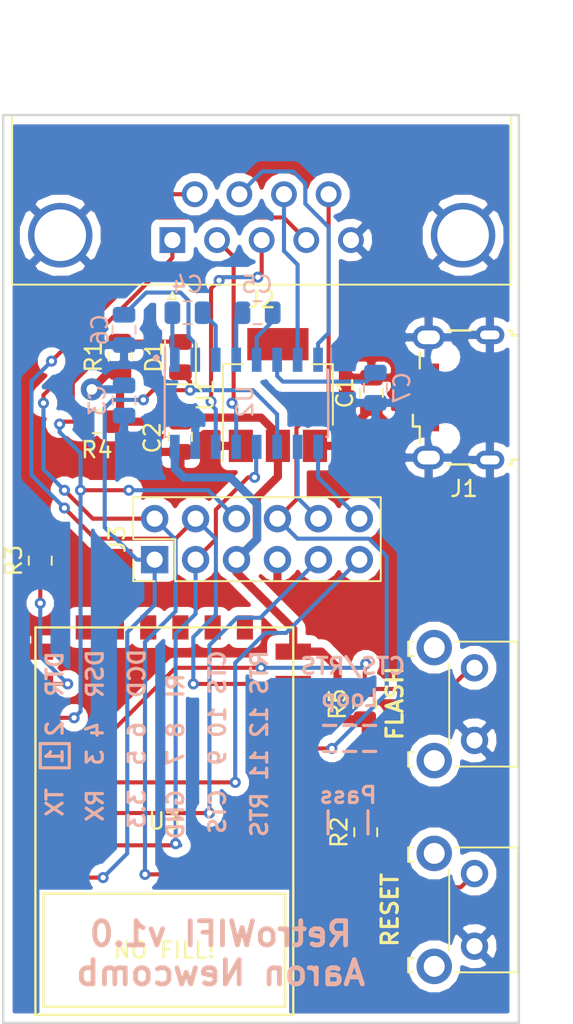
<source format=kicad_pcb>
(kicad_pcb (version 20171130) (host pcbnew "(5.0.2)-1")

  (general
    (thickness 1.6)
    (drawings 21)
    (tracks 251)
    (zones 0)
    (modules 21)
    (nets 28)
  )

  (page A4)
  (layers
    (0 F.Cu signal)
    (31 B.Cu signal)
    (32 B.Adhes user)
    (33 F.Adhes user)
    (34 B.Paste user)
    (35 F.Paste user)
    (36 B.SilkS user)
    (37 F.SilkS user)
    (38 B.Mask user)
    (39 F.Mask user)
    (40 Dwgs.User user)
    (41 Cmts.User user)
    (42 Eco1.User user)
    (43 Eco2.User user)
    (44 Edge.Cuts user)
    (45 Margin user)
    (46 B.CrtYd user)
    (47 F.CrtYd user)
    (48 B.Fab user)
    (49 F.Fab user)
  )

  (setup
    (last_trace_width 0.254)
    (trace_clearance 0.1524)
    (zone_clearance 0.508)
    (zone_45_only no)
    (trace_min 0.2)
    (segment_width 0.2)
    (edge_width 0.15)
    (via_size 0.686308)
    (via_drill 0.3302)
    (via_min_size 0.4)
    (via_min_drill 0.3)
    (uvia_size 0.3)
    (uvia_drill 0.1)
    (uvias_allowed no)
    (uvia_min_size 0.2)
    (uvia_min_drill 0.1)
    (pcb_text_width 0.3)
    (pcb_text_size 1.5 1.5)
    (mod_edge_width 0.15)
    (mod_text_size 1 1)
    (mod_text_width 0.15)
    (pad_size 1.524 1.524)
    (pad_drill 0.762)
    (pad_to_mask_clearance 0.051)
    (solder_mask_min_width 0.25)
    (aux_axis_origin 0 0)
    (visible_elements 7FFDFF7F)
    (pcbplotparams
      (layerselection 0x010fc_ffffffff)
      (usegerberextensions false)
      (usegerberattributes false)
      (usegerberadvancedattributes false)
      (creategerberjobfile false)
      (excludeedgelayer true)
      (linewidth 0.100000)
      (plotframeref false)
      (viasonmask false)
      (mode 1)
      (useauxorigin false)
      (hpglpennumber 1)
      (hpglpenspeed 20)
      (hpglpendiameter 15.000000)
      (psnegative false)
      (psa4output false)
      (plotreference true)
      (plotvalue false)
      (plotinvisibletext false)
      (padsonsilk false)
      (subtractmaskfromsilk false)
      (outputformat 1)
      (mirror false)
      (drillshape 0)
      (scaleselection 1)
      (outputdirectory "Gerbers2/"))
  )

  (net 0 "")
  (net 1 +5V)
  (net 2 GND)
  (net 3 +3V3)
  (net 4 "Net-(C4-Pad1)")
  (net 5 "Net-(C4-Pad2)")
  (net 6 "Net-(C5-Pad2)")
  (net 7 "Net-(C5-Pad1)")
  (net 8 "Net-(C6-Pad2)")
  (net 9 "Net-(C7-Pad2)")
  (net 10 /RX)
  (net 11 "Net-(D1-Pad2)")
  (net 12 "Net-(J2-Pad2)")
  (net 13 "Net-(J2-Pad3)")
  (net 14 "Net-(J2-Pad7)")
  (net 15 "Net-(J2-Pad8)")
  (net 16 /CTS)
  (net 17 /RTS)
  (net 18 /TX)
  (net 19 "Net-(R2-Pad1)")
  (net 20 "Net-(R3-Pad1)")
  (net 21 "Net-(R5-Pad1)")
  (net 22 /DTR)
  (net 23 /DSR)
  (net 24 /DCD)
  (net 25 /RI)
  (net 26 "Net-(J3-Pad10)")
  (net 27 "Net-(J3-Pad12)")

  (net_class Default "This is the default net class."
    (clearance 0.1524)
    (trace_width 0.254)
    (via_dia 0.686308)
    (via_drill 0.3302)
    (uvia_dia 0.3)
    (uvia_drill 0.1)
    (add_net /CTS)
    (add_net /DCD)
    (add_net /DSR)
    (add_net /DTR)
    (add_net /RI)
    (add_net /RTS)
    (add_net /RX)
    (add_net /TX)
    (add_net "Net-(C4-Pad1)")
    (add_net "Net-(C4-Pad2)")
    (add_net "Net-(C5-Pad1)")
    (add_net "Net-(C5-Pad2)")
    (add_net "Net-(C6-Pad2)")
    (add_net "Net-(C7-Pad2)")
    (add_net "Net-(D1-Pad2)")
    (add_net "Net-(J2-Pad2)")
    (add_net "Net-(J2-Pad3)")
    (add_net "Net-(J2-Pad7)")
    (add_net "Net-(J2-Pad8)")
    (add_net "Net-(J3-Pad10)")
    (add_net "Net-(J3-Pad12)")
    (add_net "Net-(R2-Pad1)")
    (add_net "Net-(R3-Pad1)")
    (add_net "Net-(R5-Pad1)")
  )

  (net_class Power ""
    (clearance 0.1524)
    (trace_width 0.508)
    (via_dia 1.3716)
    (via_drill 0.6604)
    (uvia_dia 0.3)
    (uvia_drill 0.1)
    (add_net +3V3)
    (add_net +5V)
    (add_net GND)
  )

  (module footprints:USB_Micro-B_Wuerth_629105150521_power (layer F.Cu) (tedit 5E6F079D) (tstamp 5E69AD47)
    (at 158.25 100.25 90)
    (descr "USB Micro-B receptacle, http://www.mouser.com/ds/2/445/629105150521-469306.pdf")
    (tags "usb micro receptacle")
    (path /5E5CC54A)
    (attr smd)
    (fp_text reference J1 (at -5.65 0.35 180) (layer F.SilkS)
      (effects (font (size 1 1) (thickness 0.15)))
    )
    (fp_text value USB_B_Micro (at 0 5.6 90) (layer F.Fab)
      (effects (font (size 1 1) (thickness 0.15)))
    )
    (fp_line (start -4 -2.25) (end -4 3.15) (layer F.Fab) (width 0.15))
    (fp_line (start -4 3.15) (end -3.7 3.15) (layer F.Fab) (width 0.15))
    (fp_line (start -3.7 3.15) (end -3.7 4.35) (layer F.Fab) (width 0.15))
    (fp_line (start -3.7 4.35) (end 3.7 4.35) (layer F.Fab) (width 0.15))
    (fp_line (start 3.7 4.35) (end 3.7 3.15) (layer F.Fab) (width 0.15))
    (fp_line (start 3.7 3.15) (end 4 3.15) (layer F.Fab) (width 0.15))
    (fp_line (start 4 3.15) (end 4 -2.25) (layer F.Fab) (width 0.15))
    (fp_line (start 4 -2.25) (end -4 -2.25) (layer F.Fab) (width 0.15))
    (fp_line (start -2.7 3.75) (end 2.7 3.75) (layer F.Fab) (width 0.15))
    (fp_line (start -1.075 -2.725) (end -1.3 -2.55) (layer F.Fab) (width 0.15))
    (fp_line (start -1.3 -2.55) (end -1.525 -2.725) (layer F.Fab) (width 0.15))
    (fp_line (start -1.525 -2.725) (end -1.525 -2.95) (layer F.Fab) (width 0.15))
    (fp_line (start -1.525 -2.95) (end -1.075 -2.95) (layer F.Fab) (width 0.15))
    (fp_line (start -1.075 -2.95) (end -1.075 -2.725) (layer F.Fab) (width 0.15))
    (fp_line (start -4.15 -0.65) (end -4.15 0.75) (layer F.SilkS) (width 0.15))
    (fp_line (start -4.15 3.15) (end -4.15 3.3) (layer F.SilkS) (width 0.15))
    (fp_line (start -4.15 3.3) (end -3.85 3.3) (layer F.SilkS) (width 0.15))
    (fp_line (start -3.85 3.3) (end -3.85 3.75) (layer F.SilkS) (width 0.15))
    (fp_line (start 3.85 3.75) (end 3.85 3.3) (layer F.SilkS) (width 0.15))
    (fp_line (start 3.85 3.3) (end 4.15 3.3) (layer F.SilkS) (width 0.15))
    (fp_line (start 4.15 3.3) (end 4.15 3.15) (layer F.SilkS) (width 0.15))
    (fp_line (start 4.15 0.75) (end 4.15 -0.65) (layer F.SilkS) (width 0.15))
    (fp_line (start -1.075 -2.825) (end -1.8 -2.825) (layer F.SilkS) (width 0.15))
    (fp_line (start -1.8 -2.825) (end -1.8 -2.4) (layer F.SilkS) (width 0.15))
    (fp_line (start -1.8 -2.4) (end -2.8 -2.4) (layer F.SilkS) (width 0.15))
    (fp_line (start 1.8 -2.4) (end 2.8 -2.4) (layer F.SilkS) (width 0.15))
    (fp_line (start -4.94 -3.34) (end -4.94 4.85) (layer F.CrtYd) (width 0.05))
    (fp_line (start -4.94 4.85) (end 4.95 4.85) (layer F.CrtYd) (width 0.05))
    (fp_line (start 4.95 4.85) (end 4.95 -3.34) (layer F.CrtYd) (width 0.05))
    (fp_line (start 4.95 -3.34) (end -4.94 -3.34) (layer F.CrtYd) (width 0.05))
    (fp_text user %R (at 0 1.05 90) (layer F.Fab)
      (effects (font (size 1 1) (thickness 0.15)))
    )
    (fp_text user "PCB Edge" (at 0 3.75 90) (layer Dwgs.User)
      (effects (font (size 0.5 0.5) (thickness 0.08)))
    )
    (pad 1 smd rect (at -1.6 -2.2 90) (size 1 2) (layers F.Cu F.Paste F.Mask)
      (net 1 +5V))
    (pad 5 smd rect (at 1.6 -2.2 90) (size 1 2) (layers F.Cu F.Paste F.Mask)
      (net 2 GND))
    (pad 6 thru_hole oval (at -3.725 -1.85 90) (size 1.45 2) (drill oval 0.85 1.4) (layers *.Cu *.Mask)
      (net 2 GND))
    (pad 6 thru_hole oval (at 3.725 -1.85 90) (size 1.45 2) (drill oval 0.85 1.4) (layers *.Cu *.Mask)
      (net 2 GND))
    (pad 6 thru_hole oval (at -3.875 1.95 90) (size 1.15 1.8) (drill oval 0.55 1.2) (layers *.Cu *.Mask)
      (net 2 GND))
    (pad 6 thru_hole oval (at 3.875 1.95 90) (size 1.15 1.8) (drill oval 0.55 1.2) (layers *.Cu *.Mask)
      (net 2 GND))
    (pad "" np_thru_hole oval (at -2.5 -0.8 90) (size 0.8 0.8) (drill 0.8) (layers *.Cu *.Mask))
    (pad "" np_thru_hole oval (at 2.5 -0.8 90) (size 0.8 0.8) (drill 0.8) (layers *.Cu *.Mask))
    (model ${KISYS3DMOD}/Connector_USB.3dshapes/USB_Micro-B_Wuerth_629105150521.wrl
      (at (xyz 0 0 0))
      (scale (xyz 1 1 1))
      (rotate (xyz 0 0 0))
    )
    (model ${KIPRJMOD}/629105150521_Download_STP_629105150521_rev1.stp
      (offset (xyz 0 1 1))
      (scale (xyz 1 1 1))
      (rotate (xyz 0 0 0))
    )
  )

  (module Capacitor_SMD:C_0805_2012Metric (layer F.Cu) (tedit 5B36C52B) (tstamp 5E7BC226)
    (at 152.85 99.9625 90)
    (descr "Capacitor SMD 0805 (2012 Metric), square (rectangular) end terminal, IPC_7351 nominal, (Body size source: https://docs.google.com/spreadsheets/d/1BsfQQcO9C6DZCsRaXUlFlo91Tg2WpOkGARC1WS5S8t0/edit?usp=sharing), generated with kicad-footprint-generator")
    (tags capacitor)
    (path /5E5D2056)
    (attr smd)
    (fp_text reference C1 (at 0 -1.65 90) (layer F.SilkS)
      (effects (font (size 1 1) (thickness 0.15)))
    )
    (fp_text value 10uF (at 0 1.65 90) (layer F.Fab)
      (effects (font (size 1 1) (thickness 0.15)))
    )
    (fp_line (start -1 0.6) (end -1 -0.6) (layer F.Fab) (width 0.1))
    (fp_line (start -1 -0.6) (end 1 -0.6) (layer F.Fab) (width 0.1))
    (fp_line (start 1 -0.6) (end 1 0.6) (layer F.Fab) (width 0.1))
    (fp_line (start 1 0.6) (end -1 0.6) (layer F.Fab) (width 0.1))
    (fp_line (start -0.258578 -0.71) (end 0.258578 -0.71) (layer F.SilkS) (width 0.12))
    (fp_line (start -0.258578 0.71) (end 0.258578 0.71) (layer F.SilkS) (width 0.12))
    (fp_line (start -1.68 0.95) (end -1.68 -0.95) (layer F.CrtYd) (width 0.05))
    (fp_line (start -1.68 -0.95) (end 1.68 -0.95) (layer F.CrtYd) (width 0.05))
    (fp_line (start 1.68 -0.95) (end 1.68 0.95) (layer F.CrtYd) (width 0.05))
    (fp_line (start 1.68 0.95) (end -1.68 0.95) (layer F.CrtYd) (width 0.05))
    (fp_text user %R (at 0 0 90) (layer F.Fab)
      (effects (font (size 0.5 0.5) (thickness 0.08)))
    )
    (pad 1 smd roundrect (at -0.9375 0 90) (size 0.975 1.4) (layers F.Cu F.Paste F.Mask) (roundrect_rratio 0.25)
      (net 1 +5V))
    (pad 2 smd roundrect (at 0.9375 0 90) (size 0.975 1.4) (layers F.Cu F.Paste F.Mask) (roundrect_rratio 0.25)
      (net 2 GND))
    (model ${KISYS3DMOD}/Capacitor_SMD.3dshapes/C_0805_2012Metric.wrl
      (at (xyz 0 0 0))
      (scale (xyz 1 1 1))
      (rotate (xyz 0 0 0))
    )
  )

  (module Capacitor_SMD:C_0805_2012Metric (layer F.Cu) (tedit 5B36C52B) (tstamp 5E69ACB0)
    (at 141 102.6875 270)
    (descr "Capacitor SMD 0805 (2012 Metric), square (rectangular) end terminal, IPC_7351 nominal, (Body size source: https://docs.google.com/spreadsheets/d/1BsfQQcO9C6DZCsRaXUlFlo91Tg2WpOkGARC1WS5S8t0/edit?usp=sharing), generated with kicad-footprint-generator")
    (tags capacitor)
    (path /5E5D1F7B)
    (attr smd)
    (fp_text reference C2 (at 0.0625 1.75 270) (layer F.SilkS)
      (effects (font (size 1 1) (thickness 0.15)))
    )
    (fp_text value 10uF (at 0 1.65 270) (layer F.Fab)
      (effects (font (size 1 1) (thickness 0.15)))
    )
    (fp_text user %R (at 0 0 270) (layer F.Fab)
      (effects (font (size 0.5 0.5) (thickness 0.08)))
    )
    (fp_line (start 1.68 0.95) (end -1.68 0.95) (layer F.CrtYd) (width 0.05))
    (fp_line (start 1.68 -0.95) (end 1.68 0.95) (layer F.CrtYd) (width 0.05))
    (fp_line (start -1.68 -0.95) (end 1.68 -0.95) (layer F.CrtYd) (width 0.05))
    (fp_line (start -1.68 0.95) (end -1.68 -0.95) (layer F.CrtYd) (width 0.05))
    (fp_line (start -0.258578 0.71) (end 0.258578 0.71) (layer F.SilkS) (width 0.12))
    (fp_line (start -0.258578 -0.71) (end 0.258578 -0.71) (layer F.SilkS) (width 0.12))
    (fp_line (start 1 0.6) (end -1 0.6) (layer F.Fab) (width 0.1))
    (fp_line (start 1 -0.6) (end 1 0.6) (layer F.Fab) (width 0.1))
    (fp_line (start -1 -0.6) (end 1 -0.6) (layer F.Fab) (width 0.1))
    (fp_line (start -1 0.6) (end -1 -0.6) (layer F.Fab) (width 0.1))
    (pad 2 smd roundrect (at 0.9375 0 270) (size 0.975 1.4) (layers F.Cu F.Paste F.Mask) (roundrect_rratio 0.25)
      (net 2 GND))
    (pad 1 smd roundrect (at -0.9375 0 270) (size 0.975 1.4) (layers F.Cu F.Paste F.Mask) (roundrect_rratio 0.25)
      (net 3 +3V3))
    (model ${KISYS3DMOD}/Capacitor_SMD.3dshapes/C_0805_2012Metric.wrl
      (at (xyz 0 0 0))
      (scale (xyz 1 1 1))
      (rotate (xyz 0 0 0))
    )
  )

  (module Capacitor_SMD:C_0805_2012Metric (layer B.Cu) (tedit 5B36C52B) (tstamp 5E7B99B0)
    (at 137.5 100.4375 270)
    (descr "Capacitor SMD 0805 (2012 Metric), square (rectangular) end terminal, IPC_7351 nominal, (Body size source: https://docs.google.com/spreadsheets/d/1BsfQQcO9C6DZCsRaXUlFlo91Tg2WpOkGARC1WS5S8t0/edit?usp=sharing), generated with kicad-footprint-generator")
    (tags capacitor)
    (path /5E5CC1E2)
    (attr smd)
    (fp_text reference C3 (at 0 1.65 270) (layer B.SilkS)
      (effects (font (size 1 1) (thickness 0.15)) (justify mirror))
    )
    (fp_text value .1uF (at 0 -1.65 270) (layer B.Fab)
      (effects (font (size 1 1) (thickness 0.15)) (justify mirror))
    )
    (fp_line (start -1 -0.6) (end -1 0.6) (layer B.Fab) (width 0.1))
    (fp_line (start -1 0.6) (end 1 0.6) (layer B.Fab) (width 0.1))
    (fp_line (start 1 0.6) (end 1 -0.6) (layer B.Fab) (width 0.1))
    (fp_line (start 1 -0.6) (end -1 -0.6) (layer B.Fab) (width 0.1))
    (fp_line (start -0.258578 0.71) (end 0.258578 0.71) (layer B.SilkS) (width 0.12))
    (fp_line (start -0.258578 -0.71) (end 0.258578 -0.71) (layer B.SilkS) (width 0.12))
    (fp_line (start -1.68 -0.95) (end -1.68 0.95) (layer B.CrtYd) (width 0.05))
    (fp_line (start -1.68 0.95) (end 1.68 0.95) (layer B.CrtYd) (width 0.05))
    (fp_line (start 1.68 0.95) (end 1.68 -0.95) (layer B.CrtYd) (width 0.05))
    (fp_line (start 1.68 -0.95) (end -1.68 -0.95) (layer B.CrtYd) (width 0.05))
    (fp_text user %R (at 0 0 270) (layer B.Fab)
      (effects (font (size 0.5 0.5) (thickness 0.08)) (justify mirror))
    )
    (pad 1 smd roundrect (at -0.9375 0 270) (size 0.975 1.4) (layers B.Cu B.Paste B.Mask) (roundrect_rratio 0.25)
      (net 3 +3V3))
    (pad 2 smd roundrect (at 0.9375 0 270) (size 0.975 1.4) (layers B.Cu B.Paste B.Mask) (roundrect_rratio 0.25)
      (net 2 GND))
    (model ${KISYS3DMOD}/Capacitor_SMD.3dshapes/C_0805_2012Metric.wrl
      (at (xyz 0 0 0))
      (scale (xyz 1 1 1))
      (rotate (xyz 0 0 0))
    )
  )

  (module Capacitor_SMD:C_0805_2012Metric (layer B.Cu) (tedit 5B36C52B) (tstamp 5E7B99E0)
    (at 141.4375 95)
    (descr "Capacitor SMD 0805 (2012 Metric), square (rectangular) end terminal, IPC_7351 nominal, (Body size source: https://docs.google.com/spreadsheets/d/1BsfQQcO9C6DZCsRaXUlFlo91Tg2WpOkGARC1WS5S8t0/edit?usp=sharing), generated with kicad-footprint-generator")
    (tags capacitor)
    (path /5E5CC026)
    (attr smd)
    (fp_text reference C4 (at 0 -1.75) (layer B.SilkS)
      (effects (font (size 1 1) (thickness 0.15)) (justify mirror))
    )
    (fp_text value .1uF (at 0 -1.65) (layer B.Fab)
      (effects (font (size 1 1) (thickness 0.15)) (justify mirror))
    )
    (fp_line (start -1 -0.6) (end -1 0.6) (layer B.Fab) (width 0.1))
    (fp_line (start -1 0.6) (end 1 0.6) (layer B.Fab) (width 0.1))
    (fp_line (start 1 0.6) (end 1 -0.6) (layer B.Fab) (width 0.1))
    (fp_line (start 1 -0.6) (end -1 -0.6) (layer B.Fab) (width 0.1))
    (fp_line (start -0.258578 0.71) (end 0.258578 0.71) (layer B.SilkS) (width 0.12))
    (fp_line (start -0.258578 -0.71) (end 0.258578 -0.71) (layer B.SilkS) (width 0.12))
    (fp_line (start -1.68 -0.95) (end -1.68 0.95) (layer B.CrtYd) (width 0.05))
    (fp_line (start -1.68 0.95) (end 1.68 0.95) (layer B.CrtYd) (width 0.05))
    (fp_line (start 1.68 0.95) (end 1.68 -0.95) (layer B.CrtYd) (width 0.05))
    (fp_line (start 1.68 -0.95) (end -1.68 -0.95) (layer B.CrtYd) (width 0.05))
    (fp_text user %R (at 0 0) (layer B.Fab)
      (effects (font (size 0.5 0.5) (thickness 0.08)) (justify mirror))
    )
    (pad 1 smd roundrect (at -0.9375 0) (size 0.975 1.4) (layers B.Cu B.Paste B.Mask) (roundrect_rratio 0.25)
      (net 4 "Net-(C4-Pad1)"))
    (pad 2 smd roundrect (at 0.9375 0) (size 0.975 1.4) (layers B.Cu B.Paste B.Mask) (roundrect_rratio 0.25)
      (net 5 "Net-(C4-Pad2)"))
    (model ${KISYS3DMOD}/Capacitor_SMD.3dshapes/C_0805_2012Metric.wrl
      (at (xyz 0 0 0))
      (scale (xyz 1 1 1))
      (rotate (xyz 0 0 0))
    )
  )

  (module Capacitor_SMD:C_0805_2012Metric (layer B.Cu) (tedit 5B36C52B) (tstamp 5E7B9980)
    (at 145.7875 95)
    (descr "Capacitor SMD 0805 (2012 Metric), square (rectangular) end terminal, IPC_7351 nominal, (Body size source: https://docs.google.com/spreadsheets/d/1BsfQQcO9C6DZCsRaXUlFlo91Tg2WpOkGARC1WS5S8t0/edit?usp=sharing), generated with kicad-footprint-generator")
    (tags capacitor)
    (path /5E5CC166)
    (attr smd)
    (fp_text reference C5 (at -0.0375 -1.75) (layer B.SilkS)
      (effects (font (size 1 1) (thickness 0.15)) (justify mirror))
    )
    (fp_text value .1uF (at 0 -1.65) (layer B.Fab)
      (effects (font (size 1 1) (thickness 0.15)) (justify mirror))
    )
    (fp_text user %R (at 0 0) (layer B.Fab)
      (effects (font (size 0.5 0.5) (thickness 0.08)) (justify mirror))
    )
    (fp_line (start 1.68 -0.95) (end -1.68 -0.95) (layer B.CrtYd) (width 0.05))
    (fp_line (start 1.68 0.95) (end 1.68 -0.95) (layer B.CrtYd) (width 0.05))
    (fp_line (start -1.68 0.95) (end 1.68 0.95) (layer B.CrtYd) (width 0.05))
    (fp_line (start -1.68 -0.95) (end -1.68 0.95) (layer B.CrtYd) (width 0.05))
    (fp_line (start -0.258578 -0.71) (end 0.258578 -0.71) (layer B.SilkS) (width 0.12))
    (fp_line (start -0.258578 0.71) (end 0.258578 0.71) (layer B.SilkS) (width 0.12))
    (fp_line (start 1 -0.6) (end -1 -0.6) (layer B.Fab) (width 0.1))
    (fp_line (start 1 0.6) (end 1 -0.6) (layer B.Fab) (width 0.1))
    (fp_line (start -1 0.6) (end 1 0.6) (layer B.Fab) (width 0.1))
    (fp_line (start -1 -0.6) (end -1 0.6) (layer B.Fab) (width 0.1))
    (pad 2 smd roundrect (at 0.9375 0) (size 0.975 1.4) (layers B.Cu B.Paste B.Mask) (roundrect_rratio 0.25)
      (net 6 "Net-(C5-Pad2)"))
    (pad 1 smd roundrect (at -0.9375 0) (size 0.975 1.4) (layers B.Cu B.Paste B.Mask) (roundrect_rratio 0.25)
      (net 7 "Net-(C5-Pad1)"))
    (model ${KISYS3DMOD}/Capacitor_SMD.3dshapes/C_0805_2012Metric.wrl
      (at (xyz 0 0 0))
      (scale (xyz 1 1 1))
      (rotate (xyz 0 0 0))
    )
  )

  (module Capacitor_SMD:C_0805_2012Metric (layer B.Cu) (tedit 5B36C52B) (tstamp 5E7B9950)
    (at 137.5 96.0625 90)
    (descr "Capacitor SMD 0805 (2012 Metric), square (rectangular) end terminal, IPC_7351 nominal, (Body size source: https://docs.google.com/spreadsheets/d/1BsfQQcO9C6DZCsRaXUlFlo91Tg2WpOkGARC1WS5S8t0/edit?usp=sharing), generated with kicad-footprint-generator")
    (tags capacitor)
    (path /5E5CC18C)
    (attr smd)
    (fp_text reference C6 (at 0 -1.5 90) (layer B.SilkS)
      (effects (font (size 1 1) (thickness 0.15)) (justify mirror))
    )
    (fp_text value .1uF (at 0 -1.65 90) (layer B.Fab)
      (effects (font (size 1 1) (thickness 0.15)) (justify mirror))
    )
    (fp_line (start -1 -0.6) (end -1 0.6) (layer B.Fab) (width 0.1))
    (fp_line (start -1 0.6) (end 1 0.6) (layer B.Fab) (width 0.1))
    (fp_line (start 1 0.6) (end 1 -0.6) (layer B.Fab) (width 0.1))
    (fp_line (start 1 -0.6) (end -1 -0.6) (layer B.Fab) (width 0.1))
    (fp_line (start -0.258578 0.71) (end 0.258578 0.71) (layer B.SilkS) (width 0.12))
    (fp_line (start -0.258578 -0.71) (end 0.258578 -0.71) (layer B.SilkS) (width 0.12))
    (fp_line (start -1.68 -0.95) (end -1.68 0.95) (layer B.CrtYd) (width 0.05))
    (fp_line (start -1.68 0.95) (end 1.68 0.95) (layer B.CrtYd) (width 0.05))
    (fp_line (start 1.68 0.95) (end 1.68 -0.95) (layer B.CrtYd) (width 0.05))
    (fp_line (start 1.68 -0.95) (end -1.68 -0.95) (layer B.CrtYd) (width 0.05))
    (fp_text user %R (at 0 0 90) (layer B.Fab)
      (effects (font (size 0.5 0.5) (thickness 0.08)) (justify mirror))
    )
    (pad 1 smd roundrect (at -0.9375 0 90) (size 0.975 1.4) (layers B.Cu B.Paste B.Mask) (roundrect_rratio 0.25)
      (net 2 GND))
    (pad 2 smd roundrect (at 0.9375 0 90) (size 0.975 1.4) (layers B.Cu B.Paste B.Mask) (roundrect_rratio 0.25)
      (net 8 "Net-(C6-Pad2)"))
    (model ${KISYS3DMOD}/Capacitor_SMD.3dshapes/C_0805_2012Metric.wrl
      (at (xyz 0 0 0))
      (scale (xyz 1 1 1))
      (rotate (xyz 0 0 0))
    )
  )

  (module Capacitor_SMD:C_0805_2012Metric (layer B.Cu) (tedit 5B36C52B) (tstamp 5E7B9920)
    (at 153.1 99.65 90)
    (descr "Capacitor SMD 0805 (2012 Metric), square (rectangular) end terminal, IPC_7351 nominal, (Body size source: https://docs.google.com/spreadsheets/d/1BsfQQcO9C6DZCsRaXUlFlo91Tg2WpOkGARC1WS5S8t0/edit?usp=sharing), generated with kicad-footprint-generator")
    (tags capacitor)
    (path /5E5CC1B8)
    (attr smd)
    (fp_text reference C7 (at 0 1.65 90) (layer B.SilkS)
      (effects (font (size 1 1) (thickness 0.15)) (justify mirror))
    )
    (fp_text value .1uF (at 0 -1.65 90) (layer B.Fab)
      (effects (font (size 1 1) (thickness 0.15)) (justify mirror))
    )
    (fp_text user %R (at 0 0 90) (layer B.Fab)
      (effects (font (size 0.5 0.5) (thickness 0.08)) (justify mirror))
    )
    (fp_line (start 1.68 -0.95) (end -1.68 -0.95) (layer B.CrtYd) (width 0.05))
    (fp_line (start 1.68 0.95) (end 1.68 -0.95) (layer B.CrtYd) (width 0.05))
    (fp_line (start -1.68 0.95) (end 1.68 0.95) (layer B.CrtYd) (width 0.05))
    (fp_line (start -1.68 -0.95) (end -1.68 0.95) (layer B.CrtYd) (width 0.05))
    (fp_line (start -0.258578 -0.71) (end 0.258578 -0.71) (layer B.SilkS) (width 0.12))
    (fp_line (start -0.258578 0.71) (end 0.258578 0.71) (layer B.SilkS) (width 0.12))
    (fp_line (start 1 -0.6) (end -1 -0.6) (layer B.Fab) (width 0.1))
    (fp_line (start 1 0.6) (end 1 -0.6) (layer B.Fab) (width 0.1))
    (fp_line (start -1 0.6) (end 1 0.6) (layer B.Fab) (width 0.1))
    (fp_line (start -1 -0.6) (end -1 0.6) (layer B.Fab) (width 0.1))
    (pad 2 smd roundrect (at 0.9375 0 90) (size 0.975 1.4) (layers B.Cu B.Paste B.Mask) (roundrect_rratio 0.25)
      (net 9 "Net-(C7-Pad2)"))
    (pad 1 smd roundrect (at -0.9375 0 90) (size 0.975 1.4) (layers B.Cu B.Paste B.Mask) (roundrect_rratio 0.25)
      (net 2 GND))
    (model ${KISYS3DMOD}/Capacitor_SMD.3dshapes/C_0805_2012Metric.wrl
      (at (xyz 0 0 0))
      (scale (xyz 1 1 1))
      (rotate (xyz 0 0 0))
    )
  )

  (module LED_SMD:LED_0805_2012Metric (layer F.Cu) (tedit 5B36C52C) (tstamp 5E69CDE2)
    (at 141 97.75 90)
    (descr "LED SMD 0805 (2012 Metric), square (rectangular) end terminal, IPC_7351 nominal, (Body size source: https://docs.google.com/spreadsheets/d/1BsfQQcO9C6DZCsRaXUlFlo91Tg2WpOkGARC1WS5S8t0/edit?usp=sharing), generated with kicad-footprint-generator")
    (tags diode)
    (path /5E5D1E78)
    (attr smd)
    (fp_text reference D1 (at 0 -1.65 90) (layer F.SilkS)
      (effects (font (size 1 1) (thickness 0.15)))
    )
    (fp_text value LED (at 0 1.65 90) (layer F.Fab)
      (effects (font (size 1 1) (thickness 0.15)))
    )
    (fp_line (start 1 -0.6) (end -0.7 -0.6) (layer F.Fab) (width 0.1))
    (fp_line (start -0.7 -0.6) (end -1 -0.3) (layer F.Fab) (width 0.1))
    (fp_line (start -1 -0.3) (end -1 0.6) (layer F.Fab) (width 0.1))
    (fp_line (start -1 0.6) (end 1 0.6) (layer F.Fab) (width 0.1))
    (fp_line (start 1 0.6) (end 1 -0.6) (layer F.Fab) (width 0.1))
    (fp_line (start 1 -0.96) (end -1.685 -0.96) (layer F.SilkS) (width 0.12))
    (fp_line (start -1.685 -0.96) (end -1.685 0.96) (layer F.SilkS) (width 0.12))
    (fp_line (start -1.685 0.96) (end 1 0.96) (layer F.SilkS) (width 0.12))
    (fp_line (start -1.68 0.95) (end -1.68 -0.95) (layer F.CrtYd) (width 0.05))
    (fp_line (start -1.68 -0.95) (end 1.68 -0.95) (layer F.CrtYd) (width 0.05))
    (fp_line (start 1.68 -0.95) (end 1.68 0.95) (layer F.CrtYd) (width 0.05))
    (fp_line (start 1.68 0.95) (end -1.68 0.95) (layer F.CrtYd) (width 0.05))
    (fp_text user %R (at 0 0 90) (layer F.Fab)
      (effects (font (size 0.5 0.5) (thickness 0.08)))
    )
    (pad 1 smd roundrect (at -0.9375 0 90) (size 0.975 1.4) (layers F.Cu F.Paste F.Mask) (roundrect_rratio 0.25)
      (net 18 /TX))
    (pad 2 smd roundrect (at 0.9375 0 90) (size 0.975 1.4) (layers F.Cu F.Paste F.Mask) (roundrect_rratio 0.25)
      (net 11 "Net-(D1-Pad2)"))
    (model ${KISYS3DMOD}/LED_SMD.3dshapes/LED_0805_2012Metric.wrl
      (at (xyz 0 0 0))
      (scale (xyz 1 1 1))
      (rotate (xyz 0 0 0))
    )
  )

  (module Connector_Dsub:DSUB-9_Female_Horizontal_P2.77x2.84mm_EdgePinOffset4.94mm_Housed_MountingHolesOffset7.48mm (layer F.Cu) (tedit 59FEDEE2) (tstamp 5E69AD7B)
    (at 140.5 90.5 180)
    (descr "9-pin D-Sub connector, horizontal/angled (90 deg), THT-mount, female, pitch 2.77x2.84mm, pin-PCB-offset 4.9399999999999995mm, distance of mounting holes 25mm, distance of mounting holes to PCB edge 7.4799999999999995mm, see https://disti-assets.s3.amazonaws.com/tonar/files/datasheets/16730.pdf")
    (tags "9-pin D-Sub connector horizontal angled 90deg THT female pitch 2.77x2.84mm pin-PCB-offset 4.9399999999999995mm mounting-holes-distance 25mm mounting-hole-offset 25mm")
    (path /5E5CBBB9)
    (fp_text reference J2 (at -5.54 -3.7 180) (layer F.SilkS)
      (effects (font (size 1 1) (thickness 0.15)))
    )
    (fp_text value DB9_Female_MountingHoles (at -5.54 15.85 180) (layer F.Fab)
      (effects (font (size 1 1) (thickness 0.15)))
    )
    (fp_arc (start -18.04 0.3) (end -19.64 0.3) (angle 180) (layer F.Fab) (width 0.1))
    (fp_arc (start 6.96 0.3) (end 5.36 0.3) (angle 180) (layer F.Fab) (width 0.1))
    (fp_line (start -20.965 -2.7) (end -20.965 7.78) (layer F.Fab) (width 0.1))
    (fp_line (start -20.965 7.78) (end 9.885 7.78) (layer F.Fab) (width 0.1))
    (fp_line (start 9.885 7.78) (end 9.885 -2.7) (layer F.Fab) (width 0.1))
    (fp_line (start 9.885 -2.7) (end -20.965 -2.7) (layer F.Fab) (width 0.1))
    (fp_line (start -20.965 7.78) (end -20.965 8.18) (layer F.Fab) (width 0.1))
    (fp_line (start -20.965 8.18) (end 9.885 8.18) (layer F.Fab) (width 0.1))
    (fp_line (start 9.885 8.18) (end 9.885 7.78) (layer F.Fab) (width 0.1))
    (fp_line (start 9.885 7.78) (end -20.965 7.78) (layer F.Fab) (width 0.1))
    (fp_line (start -13.69 8.18) (end -13.69 14.35) (layer F.Fab) (width 0.1))
    (fp_line (start -13.69 14.35) (end 2.61 14.35) (layer F.Fab) (width 0.1))
    (fp_line (start 2.61 14.35) (end 2.61 8.18) (layer F.Fab) (width 0.1))
    (fp_line (start 2.61 8.18) (end -13.69 8.18) (layer F.Fab) (width 0.1))
    (fp_line (start -20.54 8.18) (end -20.54 13.18) (layer F.Fab) (width 0.1))
    (fp_line (start -20.54 13.18) (end -15.54 13.18) (layer F.Fab) (width 0.1))
    (fp_line (start -15.54 13.18) (end -15.54 8.18) (layer F.Fab) (width 0.1))
    (fp_line (start -15.54 8.18) (end -20.54 8.18) (layer F.Fab) (width 0.1))
    (fp_line (start 4.46 8.18) (end 4.46 13.18) (layer F.Fab) (width 0.1))
    (fp_line (start 4.46 13.18) (end 9.46 13.18) (layer F.Fab) (width 0.1))
    (fp_line (start 9.46 13.18) (end 9.46 8.18) (layer F.Fab) (width 0.1))
    (fp_line (start 9.46 8.18) (end 4.46 8.18) (layer F.Fab) (width 0.1))
    (fp_line (start -19.64 7.78) (end -19.64 0.3) (layer F.Fab) (width 0.1))
    (fp_line (start -16.44 7.78) (end -16.44 0.3) (layer F.Fab) (width 0.1))
    (fp_line (start 5.36 7.78) (end 5.36 0.3) (layer F.Fab) (width 0.1))
    (fp_line (start 8.56 7.78) (end 8.56 0.3) (layer F.Fab) (width 0.1))
    (fp_line (start -21.025 7.72) (end -21.025 -2.76) (layer F.SilkS) (width 0.12))
    (fp_line (start -21.025 -2.76) (end 9.945 -2.76) (layer F.SilkS) (width 0.12))
    (fp_line (start 9.945 -2.76) (end 9.945 7.72) (layer F.SilkS) (width 0.12))
    (fp_line (start -0.25 -3.654338) (end 0.25 -3.654338) (layer F.SilkS) (width 0.12))
    (fp_line (start 0.25 -3.654338) (end 0 -3.221325) (layer F.SilkS) (width 0.12))
    (fp_line (start 0 -3.221325) (end -0.25 -3.654338) (layer F.SilkS) (width 0.12))
    (fp_line (start -21.5 -3.25) (end -21.5 14.85) (layer F.CrtYd) (width 0.05))
    (fp_line (start -21.5 14.85) (end 10.4 14.85) (layer F.CrtYd) (width 0.05))
    (fp_line (start 10.4 14.85) (end 10.4 -3.25) (layer F.CrtYd) (width 0.05))
    (fp_line (start 10.4 -3.25) (end -21.5 -3.25) (layer F.CrtYd) (width 0.05))
    (fp_text user %R (at -5.54 11.265 180) (layer F.Fab)
      (effects (font (size 1 1) (thickness 0.15)))
    )
    (pad 1 thru_hole rect (at 0 0 180) (size 1.6 1.6) (drill 1) (layers *.Cu *.Mask)
      (net 24 /DCD))
    (pad 2 thru_hole circle (at -2.77 0 180) (size 1.6 1.6) (drill 1) (layers *.Cu *.Mask)
      (net 12 "Net-(J2-Pad2)"))
    (pad 3 thru_hole circle (at -5.54 0 180) (size 1.6 1.6) (drill 1) (layers *.Cu *.Mask)
      (net 13 "Net-(J2-Pad3)"))
    (pad 4 thru_hole circle (at -8.31 0 180) (size 1.6 1.6) (drill 1) (layers *.Cu *.Mask)
      (net 22 /DTR))
    (pad 5 thru_hole circle (at -11.08 0 180) (size 1.6 1.6) (drill 1) (layers *.Cu *.Mask)
      (net 2 GND))
    (pad 6 thru_hole circle (at -1.385 2.84 180) (size 1.6 1.6) (drill 1) (layers *.Cu *.Mask)
      (net 23 /DSR))
    (pad 7 thru_hole circle (at -4.155 2.84 180) (size 1.6 1.6) (drill 1) (layers *.Cu *.Mask)
      (net 14 "Net-(J2-Pad7)"))
    (pad 8 thru_hole circle (at -6.925 2.84 180) (size 1.6 1.6) (drill 1) (layers *.Cu *.Mask)
      (net 15 "Net-(J2-Pad8)"))
    (pad 9 thru_hole circle (at -9.695 2.84 180) (size 1.6 1.6) (drill 1) (layers *.Cu *.Mask)
      (net 25 /RI))
    (pad 0 thru_hole circle (at -18.04 0.3 180) (size 4 4) (drill 3.2) (layers *.Cu *.Mask)
      (net 2 GND))
    (pad 0 thru_hole circle (at 6.96 0.3 180) (size 4 4) (drill 3.2) (layers *.Cu *.Mask)
      (net 2 GND))
    (model ${KISYS3DMOD}/Connector_Dsub.3dshapes/DSUB-9_Female_Horizontal_P2.77x2.84mm_EdgePinOffset4.94mm_Housed_MountingHolesOffset7.48mm.wrl
      (at (xyz 0 0 0))
      (scale (xyz 1 1 1))
      (rotate (xyz 0 0 0))
    )
    (model "${KIPRJMOD}/621-009-260-042 - EDAC D-Sub Connector.STEP"
      (offset (xyz -18 -10.5 6))
      (scale (xyz 1 1 1))
      (rotate (xyz -90 0 0))
    )
  )

  (module Resistor_SMD:R_0805_2012Metric (layer F.Cu) (tedit 5B36C52B) (tstamp 5E69ADBE)
    (at 137.25 97.73 90)
    (descr "Resistor SMD 0805 (2012 Metric), square (rectangular) end terminal, IPC_7351 nominal, (Body size source: https://docs.google.com/spreadsheets/d/1BsfQQcO9C6DZCsRaXUlFlo91Tg2WpOkGARC1WS5S8t0/edit?usp=sharing), generated with kicad-footprint-generator")
    (tags resistor)
    (path /5E5F183A)
    (attr smd)
    (fp_text reference R1 (at 0 -1.65 90) (layer F.SilkS)
      (effects (font (size 1 1) (thickness 0.15)))
    )
    (fp_text value 470 (at 0 1.65 90) (layer F.Fab)
      (effects (font (size 1 1) (thickness 0.15)))
    )
    (fp_text user %R (at 0 0 90) (layer F.Fab)
      (effects (font (size 0.5 0.5) (thickness 0.08)))
    )
    (fp_line (start 1.68 0.95) (end -1.68 0.95) (layer F.CrtYd) (width 0.05))
    (fp_line (start 1.68 -0.95) (end 1.68 0.95) (layer F.CrtYd) (width 0.05))
    (fp_line (start -1.68 -0.95) (end 1.68 -0.95) (layer F.CrtYd) (width 0.05))
    (fp_line (start -1.68 0.95) (end -1.68 -0.95) (layer F.CrtYd) (width 0.05))
    (fp_line (start -0.258578 0.71) (end 0.258578 0.71) (layer F.SilkS) (width 0.12))
    (fp_line (start -0.258578 -0.71) (end 0.258578 -0.71) (layer F.SilkS) (width 0.12))
    (fp_line (start 1 0.6) (end -1 0.6) (layer F.Fab) (width 0.1))
    (fp_line (start 1 -0.6) (end 1 0.6) (layer F.Fab) (width 0.1))
    (fp_line (start -1 -0.6) (end 1 -0.6) (layer F.Fab) (width 0.1))
    (fp_line (start -1 0.6) (end -1 -0.6) (layer F.Fab) (width 0.1))
    (pad 2 smd roundrect (at 0.9375 0 90) (size 0.975 1.4) (layers F.Cu F.Paste F.Mask) (roundrect_rratio 0.25)
      (net 11 "Net-(D1-Pad2)"))
    (pad 1 smd roundrect (at -0.9375 0 90) (size 0.975 1.4) (layers F.Cu F.Paste F.Mask) (roundrect_rratio 0.25)
      (net 3 +3V3))
    (model ${KISYS3DMOD}/Resistor_SMD.3dshapes/R_0805_2012Metric.wrl
      (at (xyz 0 0 0))
      (scale (xyz 1 1 1))
      (rotate (xyz 0 0 0))
    )
  )

  (module Resistor_SMD:R_0805_2012Metric (layer F.Cu) (tedit 5B36C52B) (tstamp 5E69ADCF)
    (at 152.5 127.1875 90)
    (descr "Resistor SMD 0805 (2012 Metric), square (rectangular) end terminal, IPC_7351 nominal, (Body size source: https://docs.google.com/spreadsheets/d/1BsfQQcO9C6DZCsRaXUlFlo91Tg2WpOkGARC1WS5S8t0/edit?usp=sharing), generated with kicad-footprint-generator")
    (tags resistor)
    (path /5E5D199A)
    (attr smd)
    (fp_text reference R2 (at 0 -1.65 90) (layer F.SilkS)
      (effects (font (size 1 1) (thickness 0.15)))
    )
    (fp_text value 1K (at 0 1.65 90) (layer F.Fab)
      (effects (font (size 1 1) (thickness 0.15)))
    )
    (fp_line (start -1 0.6) (end -1 -0.6) (layer F.Fab) (width 0.1))
    (fp_line (start -1 -0.6) (end 1 -0.6) (layer F.Fab) (width 0.1))
    (fp_line (start 1 -0.6) (end 1 0.6) (layer F.Fab) (width 0.1))
    (fp_line (start 1 0.6) (end -1 0.6) (layer F.Fab) (width 0.1))
    (fp_line (start -0.258578 -0.71) (end 0.258578 -0.71) (layer F.SilkS) (width 0.12))
    (fp_line (start -0.258578 0.71) (end 0.258578 0.71) (layer F.SilkS) (width 0.12))
    (fp_line (start -1.68 0.95) (end -1.68 -0.95) (layer F.CrtYd) (width 0.05))
    (fp_line (start -1.68 -0.95) (end 1.68 -0.95) (layer F.CrtYd) (width 0.05))
    (fp_line (start 1.68 -0.95) (end 1.68 0.95) (layer F.CrtYd) (width 0.05))
    (fp_line (start 1.68 0.95) (end -1.68 0.95) (layer F.CrtYd) (width 0.05))
    (fp_text user %R (at 0 0 90) (layer F.Fab)
      (effects (font (size 0.5 0.5) (thickness 0.08)))
    )
    (pad 1 smd roundrect (at -0.9375 0 90) (size 0.975 1.4) (layers F.Cu F.Paste F.Mask) (roundrect_rratio 0.25)
      (net 19 "Net-(R2-Pad1)"))
    (pad 2 smd roundrect (at 0.9375 0 90) (size 0.975 1.4) (layers F.Cu F.Paste F.Mask) (roundrect_rratio 0.25)
      (net 3 +3V3))
    (model ${KISYS3DMOD}/Resistor_SMD.3dshapes/R_0805_2012Metric.wrl
      (at (xyz 0 0 0))
      (scale (xyz 1 1 1))
      (rotate (xyz 0 0 0))
    )
  )

  (module Resistor_SMD:R_0805_2012Metric (layer F.Cu) (tedit 5B36C52B) (tstamp 5E69ADE0)
    (at 132.3 110.3625 90)
    (descr "Resistor SMD 0805 (2012 Metric), square (rectangular) end terminal, IPC_7351 nominal, (Body size source: https://docs.google.com/spreadsheets/d/1BsfQQcO9C6DZCsRaXUlFlo91Tg2WpOkGARC1WS5S8t0/edit?usp=sharing), generated with kicad-footprint-generator")
    (tags resistor)
    (path /5E5D1B6B)
    (attr smd)
    (fp_text reference R3 (at 0 -1.65 90) (layer F.SilkS)
      (effects (font (size 1 1) (thickness 0.15)))
    )
    (fp_text value 1K (at 0 1.65 90) (layer F.Fab)
      (effects (font (size 1 1) (thickness 0.15)))
    )
    (fp_line (start -1 0.6) (end -1 -0.6) (layer F.Fab) (width 0.1))
    (fp_line (start -1 -0.6) (end 1 -0.6) (layer F.Fab) (width 0.1))
    (fp_line (start 1 -0.6) (end 1 0.6) (layer F.Fab) (width 0.1))
    (fp_line (start 1 0.6) (end -1 0.6) (layer F.Fab) (width 0.1))
    (fp_line (start -0.258578 -0.71) (end 0.258578 -0.71) (layer F.SilkS) (width 0.12))
    (fp_line (start -0.258578 0.71) (end 0.258578 0.71) (layer F.SilkS) (width 0.12))
    (fp_line (start -1.68 0.95) (end -1.68 -0.95) (layer F.CrtYd) (width 0.05))
    (fp_line (start -1.68 -0.95) (end 1.68 -0.95) (layer F.CrtYd) (width 0.05))
    (fp_line (start 1.68 -0.95) (end 1.68 0.95) (layer F.CrtYd) (width 0.05))
    (fp_line (start 1.68 0.95) (end -1.68 0.95) (layer F.CrtYd) (width 0.05))
    (fp_text user %R (at 0 0 90) (layer F.Fab)
      (effects (font (size 0.5 0.5) (thickness 0.08)))
    )
    (pad 1 smd roundrect (at -0.9375 0 90) (size 0.975 1.4) (layers F.Cu F.Paste F.Mask) (roundrect_rratio 0.25)
      (net 20 "Net-(R3-Pad1)"))
    (pad 2 smd roundrect (at 0.9375 0 90) (size 0.975 1.4) (layers F.Cu F.Paste F.Mask) (roundrect_rratio 0.25)
      (net 2 GND))
    (model ${KISYS3DMOD}/Resistor_SMD.3dshapes/R_0805_2012Metric.wrl
      (at (xyz 0 0 0))
      (scale (xyz 1 1 1))
      (rotate (xyz 0 0 0))
    )
  )

  (module Resistor_SMD:R_0805_2012Metric (layer F.Cu) (tedit 5B36C52B) (tstamp 5E69F46E)
    (at 135.8125 101.75)
    (descr "Resistor SMD 0805 (2012 Metric), square (rectangular) end terminal, IPC_7351 nominal, (Body size source: https://docs.google.com/spreadsheets/d/1BsfQQcO9C6DZCsRaXUlFlo91Tg2WpOkGARC1WS5S8t0/edit?usp=sharing), generated with kicad-footprint-generator")
    (tags resistor)
    (path /5E5D1AE3)
    (attr smd)
    (fp_text reference R4 (at 0 1.75) (layer F.SilkS)
      (effects (font (size 1 1) (thickness 0.15)))
    )
    (fp_text value 1K (at 0 1.65) (layer F.Fab)
      (effects (font (size 1 1) (thickness 0.15)))
    )
    (fp_line (start -1 0.6) (end -1 -0.6) (layer F.Fab) (width 0.1))
    (fp_line (start -1 -0.6) (end 1 -0.6) (layer F.Fab) (width 0.1))
    (fp_line (start 1 -0.6) (end 1 0.6) (layer F.Fab) (width 0.1))
    (fp_line (start 1 0.6) (end -1 0.6) (layer F.Fab) (width 0.1))
    (fp_line (start -0.258578 -0.71) (end 0.258578 -0.71) (layer F.SilkS) (width 0.12))
    (fp_line (start -0.258578 0.71) (end 0.258578 0.71) (layer F.SilkS) (width 0.12))
    (fp_line (start -1.68 0.95) (end -1.68 -0.95) (layer F.CrtYd) (width 0.05))
    (fp_line (start -1.68 -0.95) (end 1.68 -0.95) (layer F.CrtYd) (width 0.05))
    (fp_line (start 1.68 -0.95) (end 1.68 0.95) (layer F.CrtYd) (width 0.05))
    (fp_line (start 1.68 0.95) (end -1.68 0.95) (layer F.CrtYd) (width 0.05))
    (fp_text user %R (at 0 0) (layer F.Fab)
      (effects (font (size 0.5 0.5) (thickness 0.08)))
    )
    (pad 1 smd roundrect (at -0.9375 0) (size 0.975 1.4) (layers F.Cu F.Paste F.Mask) (roundrect_rratio 0.25)
      (net 24 /DCD))
    (pad 2 smd roundrect (at 0.9375 0) (size 0.975 1.4) (layers F.Cu F.Paste F.Mask) (roundrect_rratio 0.25)
      (net 3 +3V3))
    (model ${KISYS3DMOD}/Resistor_SMD.3dshapes/R_0805_2012Metric.wrl
      (at (xyz 0 0 0))
      (scale (xyz 1 1 1))
      (rotate (xyz 0 0 0))
    )
  )

  (module Resistor_SMD:R_0805_2012Metric (layer F.Cu) (tedit 5B36C52B) (tstamp 5E69AE02)
    (at 152.4375 119.25 270)
    (descr "Resistor SMD 0805 (2012 Metric), square (rectangular) end terminal, IPC_7351 nominal, (Body size source: https://docs.google.com/spreadsheets/d/1BsfQQcO9C6DZCsRaXUlFlo91Tg2WpOkGARC1WS5S8t0/edit?usp=sharing), generated with kicad-footprint-generator")
    (tags resistor)
    (path /5E5D1B3B)
    (attr smd)
    (fp_text reference R5 (at 0 1.6875 270) (layer F.SilkS)
      (effects (font (size 1 1) (thickness 0.15)))
    )
    (fp_text value 1K (at 0 1.65 270) (layer F.Fab)
      (effects (font (size 1 1) (thickness 0.15)))
    )
    (fp_text user %R (at 0 0 270) (layer F.Fab)
      (effects (font (size 0.5 0.5) (thickness 0.08)))
    )
    (fp_line (start 1.68 0.95) (end -1.68 0.95) (layer F.CrtYd) (width 0.05))
    (fp_line (start 1.68 -0.95) (end 1.68 0.95) (layer F.CrtYd) (width 0.05))
    (fp_line (start -1.68 -0.95) (end 1.68 -0.95) (layer F.CrtYd) (width 0.05))
    (fp_line (start -1.68 0.95) (end -1.68 -0.95) (layer F.CrtYd) (width 0.05))
    (fp_line (start -0.258578 0.71) (end 0.258578 0.71) (layer F.SilkS) (width 0.12))
    (fp_line (start -0.258578 -0.71) (end 0.258578 -0.71) (layer F.SilkS) (width 0.12))
    (fp_line (start 1 0.6) (end -1 0.6) (layer F.Fab) (width 0.1))
    (fp_line (start 1 -0.6) (end 1 0.6) (layer F.Fab) (width 0.1))
    (fp_line (start -1 -0.6) (end 1 -0.6) (layer F.Fab) (width 0.1))
    (fp_line (start -1 0.6) (end -1 -0.6) (layer F.Fab) (width 0.1))
    (pad 2 smd roundrect (at 0.9375 0 270) (size 0.975 1.4) (layers F.Cu F.Paste F.Mask) (roundrect_rratio 0.25)
      (net 3 +3V3))
    (pad 1 smd roundrect (at -0.9375 0 270) (size 0.975 1.4) (layers F.Cu F.Paste F.Mask) (roundrect_rratio 0.25)
      (net 21 "Net-(R5-Pad1)"))
    (model ${KISYS3DMOD}/Resistor_SMD.3dshapes/R_0805_2012Metric.wrl
      (at (xyz 0 0 0))
      (scale (xyz 1 1 1))
      (rotate (xyz 0 0 0))
    )
  )

  (module Package_SO:SOIC-16_3.9x9.9mm_P1.27mm (layer B.Cu) (tedit 5A02F2D3) (tstamp 5E69AEA9)
    (at 145.095 100.6125 270)
    (descr "16-Lead Plastic Small Outline (SL) - Narrow, 3.90 mm Body [SOIC] (see Microchip Packaging Specification 00000049BS.pdf)")
    (tags "SOIC 1.27")
    (path /5E5CBB21)
    (attr smd)
    (fp_text reference U2 (at -0.1125 0.095 270) (layer B.SilkS)
      (effects (font (size 1 1) (thickness 0.15)) (justify mirror))
    )
    (fp_text value MAX3232 (at 0 -6 270) (layer B.Fab)
      (effects (font (size 1 1) (thickness 0.15)) (justify mirror))
    )
    (fp_text user %R (at -0.1625 0 270) (layer B.Fab)
      (effects (font (size 0.9 0.9) (thickness 0.135)) (justify mirror))
    )
    (fp_line (start -0.95 4.95) (end 1.95 4.95) (layer B.Fab) (width 0.15))
    (fp_line (start 1.95 4.95) (end 1.95 -4.95) (layer B.Fab) (width 0.15))
    (fp_line (start 1.95 -4.95) (end -1.95 -4.95) (layer B.Fab) (width 0.15))
    (fp_line (start -1.95 -4.95) (end -1.95 3.95) (layer B.Fab) (width 0.15))
    (fp_line (start -1.95 3.95) (end -0.95 4.95) (layer B.Fab) (width 0.15))
    (fp_line (start -3.7 5.25) (end -3.7 -5.25) (layer B.CrtYd) (width 0.05))
    (fp_line (start 3.7 5.25) (end 3.7 -5.25) (layer B.CrtYd) (width 0.05))
    (fp_line (start -3.7 5.25) (end 3.7 5.25) (layer B.CrtYd) (width 0.05))
    (fp_line (start -3.7 -5.25) (end 3.7 -5.25) (layer B.CrtYd) (width 0.05))
    (fp_line (start -2.075 5.075) (end -2.075 5.05) (layer B.SilkS) (width 0.15))
    (fp_line (start 2.075 5.075) (end 2.075 4.97) (layer B.SilkS) (width 0.15))
    (fp_line (start 2.075 -5.075) (end 2.075 -4.97) (layer B.SilkS) (width 0.15))
    (fp_line (start -2.075 -5.075) (end -2.075 -4.97) (layer B.SilkS) (width 0.15))
    (fp_line (start -2.075 5.075) (end 2.075 5.075) (layer B.SilkS) (width 0.15))
    (fp_line (start -2.075 -5.075) (end 2.075 -5.075) (layer B.SilkS) (width 0.15))
    (fp_line (start -2.075 5.05) (end -3.45 5.05) (layer B.SilkS) (width 0.15))
    (pad 1 smd rect (at -2.7 4.445 270) (size 1.5 0.6) (layers B.Cu B.Paste B.Mask)
      (net 4 "Net-(C4-Pad1)"))
    (pad 2 smd rect (at -2.7 3.175 270) (size 1.5 0.6) (layers B.Cu B.Paste B.Mask)
      (net 8 "Net-(C6-Pad2)"))
    (pad 3 smd rect (at -2.7 1.905 270) (size 1.5 0.6) (layers B.Cu B.Paste B.Mask)
      (net 5 "Net-(C4-Pad2)"))
    (pad 4 smd rect (at -2.7 0.635 270) (size 1.5 0.6) (layers B.Cu B.Paste B.Mask)
      (net 7 "Net-(C5-Pad1)"))
    (pad 5 smd rect (at -2.7 -0.635 270) (size 1.5 0.6) (layers B.Cu B.Paste B.Mask)
      (net 6 "Net-(C5-Pad2)"))
    (pad 6 smd rect (at -2.7 -1.905 270) (size 1.5 0.6) (layers B.Cu B.Paste B.Mask)
      (net 9 "Net-(C7-Pad2)"))
    (pad 7 smd rect (at -2.7 -3.175 270) (size 1.5 0.6) (layers B.Cu B.Paste B.Mask)
      (net 15 "Net-(J2-Pad8)"))
    (pad 8 smd rect (at -2.7 -4.445 270) (size 1.5 0.6) (layers B.Cu B.Paste B.Mask)
      (net 14 "Net-(J2-Pad7)"))
    (pad 9 smd rect (at 2.7 -4.445 270) (size 1.5 0.6) (layers B.Cu B.Paste B.Mask)
      (net 27 "Net-(J3-Pad12)"))
    (pad 10 smd rect (at 2.7 -3.175 270) (size 1.5 0.6) (layers B.Cu B.Paste B.Mask)
      (net 26 "Net-(J3-Pad10)"))
    (pad 11 smd rect (at 2.7 -1.905 270) (size 1.5 0.6) (layers B.Cu B.Paste B.Mask)
      (net 18 /TX))
    (pad 12 smd rect (at 2.7 -0.635 270) (size 1.5 0.6) (layers B.Cu B.Paste B.Mask)
      (net 10 /RX))
    (pad 13 smd rect (at 2.7 0.635 270) (size 1.5 0.6) (layers B.Cu B.Paste B.Mask)
      (net 12 "Net-(J2-Pad2)"))
    (pad 14 smd rect (at 2.7 1.905 270) (size 1.5 0.6) (layers B.Cu B.Paste B.Mask)
      (net 13 "Net-(J2-Pad3)"))
    (pad 15 smd rect (at 2.7 3.175 270) (size 1.5 0.6) (layers B.Cu B.Paste B.Mask)
      (net 2 GND))
    (pad 16 smd rect (at 2.7 4.445 270) (size 1.5 0.6) (layers B.Cu B.Paste B.Mask)
      (net 3 +3V3))
    (model ${KISYS3DMOD}/Package_SO.3dshapes/SOIC-16_3.9x9.9mm_P1.27mm.wrl
      (at (xyz 0 0 0))
      (scale (xyz 1 1 1))
      (rotate (xyz 0 0 0))
    )
  )

  (module footprints:ESP-12E (layer F.Cu) (tedit 58A006FF) (tstamp 5E69CA5E)
    (at 140 126.5 180)
    (path /5E5CB9EE)
    (fp_text reference U3 (at 0 0 180) (layer F.SilkS)
      (effects (font (size 1 1) (thickness 0.15)))
    )
    (fp_text value ESP-12E (at 0 -13 180) (layer F.Fab)
      (effects (font (size 1 1) (thickness 0.15)))
    )
    (fp_line (start -9.5 -12.5) (end 9.5 -12.5) (layer F.CrtYd) (width 0.05))
    (fp_line (start 9.5 -12.5) (end 9.5 13) (layer F.CrtYd) (width 0.05))
    (fp_line (start 9.5 13) (end -9.5 13) (layer F.CrtYd) (width 0.05))
    (fp_line (start -9.5 13) (end -9.5 -12.5) (layer F.CrtYd) (width 0.05))
    (fp_text user "NO FILL!" (at 0 -8 180) (layer F.SilkS)
      (effects (font (size 1 1) (thickness 0.15)))
    )
    (fp_line (start -7.5 -11.5) (end 7.5 -11.5) (layer F.SilkS) (width 0.15))
    (fp_line (start 7.5 -11.5) (end 7.5 -4.5) (layer F.SilkS) (width 0.15))
    (fp_line (start 7.5 -4.5) (end -7.5 -4.5) (layer F.SilkS) (width 0.15))
    (fp_line (start -7.5 -4.5) (end -7.5 -11.5) (layer F.SilkS) (width 0.15))
    (fp_line (start -8 -12) (end 8 -12) (layer F.SilkS) (width 0.15))
    (fp_line (start 8 -12) (end 8 12) (layer F.SilkS) (width 0.15))
    (fp_line (start 8 12) (end -8 12) (layer F.SilkS) (width 0.15))
    (fp_line (start -8 12) (end -8 -12) (layer F.SilkS) (width 0.15))
    (pad 1 smd rect (at -8 -3.5 180) (size 2.2 1) (layers F.Cu F.Paste F.Mask)
      (net 19 "Net-(R2-Pad1)"))
    (pad 2 smd rect (at -8 -1.5 180) (size 2.2 1) (layers F.Cu F.Paste F.Mask))
    (pad 3 smd rect (at -8 0.5 180) (size 2.2 1) (layers F.Cu F.Paste F.Mask)
      (net 3 +3V3))
    (pad 4 smd rect (at -8 2.5 180) (size 2.2 1) (layers F.Cu F.Paste F.Mask))
    (pad 5 smd rect (at -8 4.5 180) (size 2.2 1) (layers F.Cu F.Paste F.Mask)
      (net 25 /RI))
    (pad 6 smd rect (at -8 6.5 180) (size 2.2 1) (layers F.Cu F.Paste F.Mask)
      (net 22 /DTR))
    (pad 7 smd rect (at -8 8.5 180) (size 2.2 1) (layers F.Cu F.Paste F.Mask)
      (net 23 /DSR))
    (pad 8 smd rect (at -8 10.5 180) (size 2.2 1) (layers F.Cu F.Paste F.Mask)
      (net 3 +3V3))
    (pad 9 smd rect (at -5 12 180) (size 1 1.5) (layers F.Cu F.Paste F.Mask))
    (pad 10 smd rect (at -3 12 180) (size 1 1.5) (layers F.Cu F.Paste F.Mask))
    (pad 11 smd rect (at -1 12 180) (size 1 1.5) (layers F.Cu F.Paste F.Mask))
    (pad 12 smd rect (at 1 12 180) (size 1 1.5) (layers F.Cu F.Paste F.Mask))
    (pad 13 smd rect (at 3 12 180) (size 1 1.5) (layers F.Cu F.Paste F.Mask))
    (pad 14 smd rect (at 5 12 180) (size 1 1.5) (layers F.Cu F.Paste F.Mask))
    (pad 15 smd rect (at 8 10.5 180) (size 2.2 1) (layers F.Cu F.Paste F.Mask)
      (net 2 GND))
    (pad 16 smd rect (at 8 8.5 180) (size 2.2 1) (layers F.Cu F.Paste F.Mask)
      (net 20 "Net-(R3-Pad1)"))
    (pad 17 smd rect (at 8 6.5 180) (size 2.2 1) (layers F.Cu F.Paste F.Mask)
      (net 24 /DCD))
    (pad 18 smd rect (at 8 4.5 180) (size 2.2 1) (layers F.Cu F.Paste F.Mask)
      (net 21 "Net-(R5-Pad1)"))
    (pad 19 smd rect (at 8 2.5 180) (size 2.2 1) (layers F.Cu F.Paste F.Mask)
      (net 17 /RTS))
    (pad 20 smd rect (at 8 0.5 180) (size 2.2 1) (layers F.Cu F.Paste F.Mask)
      (net 16 /CTS))
    (pad 21 smd rect (at 8 -1.5 180) (size 2.2 1) (layers F.Cu F.Paste F.Mask)
      (net 10 /RX))
    (pad 22 smd rect (at 8 -3.5 180) (size 2.2 1) (layers F.Cu F.Paste F.Mask)
      (net 18 /TX))
    (model ${KIPRJMOD}/ESP-12-E-better.step
      (offset (xyz -7 3.5 0))
      (scale (xyz 1 1 1))
      (rotate (xyz 0 0 0))
    )
  )

  (module Package_TO_SOT_SMD:SOT-223 (layer F.Cu) (tedit 5A02FF57) (tstamp 5E6B653A)
    (at 147.05 100.1 90)
    (descr "module CMS SOT223 4 pins")
    (tags "CMS SOT")
    (path /5E69836C)
    (attr smd)
    (fp_text reference U1 (at 0 -4.5 90) (layer F.SilkS)
      (effects (font (size 1 1) (thickness 0.15)))
    )
    (fp_text value NCP1117ST33T3G (at 0 4.5 90) (layer F.Fab)
      (effects (font (size 1 1) (thickness 0.15)))
    )
    (fp_text user %R (at 0 0 180) (layer F.Fab)
      (effects (font (size 0.8 0.8) (thickness 0.12)))
    )
    (fp_line (start -1.85 -2.3) (end -0.8 -3.35) (layer F.Fab) (width 0.1))
    (fp_line (start 1.91 3.41) (end 1.91 2.15) (layer F.SilkS) (width 0.12))
    (fp_line (start 1.91 -3.41) (end 1.91 -2.15) (layer F.SilkS) (width 0.12))
    (fp_line (start 4.4 -3.6) (end -4.4 -3.6) (layer F.CrtYd) (width 0.05))
    (fp_line (start 4.4 3.6) (end 4.4 -3.6) (layer F.CrtYd) (width 0.05))
    (fp_line (start -4.4 3.6) (end 4.4 3.6) (layer F.CrtYd) (width 0.05))
    (fp_line (start -4.4 -3.6) (end -4.4 3.6) (layer F.CrtYd) (width 0.05))
    (fp_line (start -1.85 -2.3) (end -1.85 3.35) (layer F.Fab) (width 0.1))
    (fp_line (start -1.85 3.41) (end 1.91 3.41) (layer F.SilkS) (width 0.12))
    (fp_line (start -0.8 -3.35) (end 1.85 -3.35) (layer F.Fab) (width 0.1))
    (fp_line (start -4.1 -3.41) (end 1.91 -3.41) (layer F.SilkS) (width 0.12))
    (fp_line (start -1.85 3.35) (end 1.85 3.35) (layer F.Fab) (width 0.1))
    (fp_line (start 1.85 -3.35) (end 1.85 3.35) (layer F.Fab) (width 0.1))
    (pad 4 smd rect (at 3.15 0 90) (size 2 3.8) (layers F.Cu F.Paste F.Mask))
    (pad 2 smd rect (at -3.15 0 90) (size 2 1.5) (layers F.Cu F.Paste F.Mask)
      (net 3 +3V3))
    (pad 3 smd rect (at -3.15 2.3 90) (size 2 1.5) (layers F.Cu F.Paste F.Mask)
      (net 1 +5V))
    (pad 1 smd rect (at -3.15 -2.3 90) (size 2 1.5) (layers F.Cu F.Paste F.Mask)
      (net 2 GND))
    (model ${KISYS3DMOD}/Package_TO_SOT_SMD.3dshapes/SOT-223.wrl
      (at (xyz 0 0 0))
      (scale (xyz 1 1 1))
      (rotate (xyz 0 0 0))
    )
  )

  (module Connector_PinHeader_2.54mm:PinHeader_2x06_P2.54mm_Vertical (layer F.Cu) (tedit 59FED5CC) (tstamp 5E7D5FA1)
    (at 139.4 110.3 90)
    (descr "Through hole straight pin header, 2x06, 2.54mm pitch, double rows")
    (tags "Through hole pin header THT 2x06 2.54mm double row")
    (path /5E71519E)
    (fp_text reference J3 (at 1.27 -2.33 90) (layer F.SilkS)
      (effects (font (size 1 1) (thickness 0.15)))
    )
    (fp_text value Conn_02x06 (at 1.27 15.03 90) (layer F.Fab)
      (effects (font (size 1 1) (thickness 0.15)))
    )
    (fp_line (start 0 -1.27) (end 3.81 -1.27) (layer F.Fab) (width 0.1))
    (fp_line (start 3.81 -1.27) (end 3.81 13.97) (layer F.Fab) (width 0.1))
    (fp_line (start 3.81 13.97) (end -1.27 13.97) (layer F.Fab) (width 0.1))
    (fp_line (start -1.27 13.97) (end -1.27 0) (layer F.Fab) (width 0.1))
    (fp_line (start -1.27 0) (end 0 -1.27) (layer F.Fab) (width 0.1))
    (fp_line (start -1.33 14.03) (end 3.87 14.03) (layer F.SilkS) (width 0.12))
    (fp_line (start -1.33 1.27) (end -1.33 14.03) (layer F.SilkS) (width 0.12))
    (fp_line (start 3.87 -1.33) (end 3.87 14.03) (layer F.SilkS) (width 0.12))
    (fp_line (start -1.33 1.27) (end 1.27 1.27) (layer F.SilkS) (width 0.12))
    (fp_line (start 1.27 1.27) (end 1.27 -1.33) (layer F.SilkS) (width 0.12))
    (fp_line (start 1.27 -1.33) (end 3.87 -1.33) (layer F.SilkS) (width 0.12))
    (fp_line (start -1.33 0) (end -1.33 -1.33) (layer F.SilkS) (width 0.12))
    (fp_line (start -1.33 -1.33) (end 0 -1.33) (layer F.SilkS) (width 0.12))
    (fp_line (start -1.8 -1.8) (end -1.8 14.5) (layer F.CrtYd) (width 0.05))
    (fp_line (start -1.8 14.5) (end 4.35 14.5) (layer F.CrtYd) (width 0.05))
    (fp_line (start 4.35 14.5) (end 4.35 -1.8) (layer F.CrtYd) (width 0.05))
    (fp_line (start 4.35 -1.8) (end -1.8 -1.8) (layer F.CrtYd) (width 0.05))
    (fp_text user %R (at 1.27 6.35 180) (layer F.Fab)
      (effects (font (size 1 1) (thickness 0.15)))
    )
    (pad 1 thru_hole rect (at 0 0 90) (size 1.7 1.7) (drill 1) (layers *.Cu *.Mask)
      (net 18 /TX))
    (pad 2 thru_hole oval (at 2.54 0 90) (size 1.7 1.7) (drill 1) (layers *.Cu *.Mask)
      (net 22 /DTR))
    (pad 3 thru_hole oval (at 0 2.54 90) (size 1.7 1.7) (drill 1) (layers *.Cu *.Mask)
      (net 10 /RX))
    (pad 4 thru_hole oval (at 2.54 2.54 90) (size 1.7 1.7) (drill 1) (layers *.Cu *.Mask)
      (net 23 /DSR))
    (pad 5 thru_hole oval (at 0 5.08 90) (size 1.7 1.7) (drill 1) (layers *.Cu *.Mask)
      (net 3 +3V3))
    (pad 6 thru_hole oval (at 2.54 5.08 90) (size 1.7 1.7) (drill 1) (layers *.Cu *.Mask)
      (net 24 /DCD))
    (pad 7 thru_hole oval (at 0 7.62 90) (size 1.7 1.7) (drill 1) (layers *.Cu *.Mask)
      (net 2 GND))
    (pad 8 thru_hole oval (at 2.54 7.62 90) (size 1.7 1.7) (drill 1) (layers *.Cu *.Mask)
      (net 25 /RI))
    (pad 9 thru_hole oval (at 0 10.16 90) (size 1.7 1.7) (drill 1) (layers *.Cu *.Mask)
      (net 16 /CTS))
    (pad 10 thru_hole oval (at 2.54 10.16 90) (size 1.7 1.7) (drill 1) (layers *.Cu *.Mask)
      (net 26 "Net-(J3-Pad10)"))
    (pad 11 thru_hole oval (at 0 12.7 90) (size 1.7 1.7) (drill 1) (layers *.Cu *.Mask)
      (net 17 /RTS))
    (pad 12 thru_hole oval (at 2.54 12.7 90) (size 1.7 1.7) (drill 1) (layers *.Cu *.Mask)
      (net 27 "Net-(J3-Pad12)"))
    (model ${KISYS3DMOD}/Connector_PinHeader_2.54mm.3dshapes/PinHeader_2x06_P2.54mm_Vertical.wrl
      (at (xyz 0 0 0))
      (scale (xyz 1 1 1))
      (rotate (xyz 0 0 0))
    )
  )

  (module Button_Switch_THT:SW_Tactile_SKHH_Angled (layer F.Cu) (tedit 5E7CDFC9) (tstamp 5E7CDFD8)
    (at 159.25 129.75 270)
    (descr "tactile switch 6mm ALPS SKHH right angle http://www.alps.com/prod/info/E/HTML/Tact/SnapIn/SKHH/SKHHLUA010.html")
    (tags "tactile switch 6mm ALPS SKHH right angle")
    (path /5E5D1C57)
    (fp_text reference SW1 (at 2.25 2.5 270) (layer F.SilkS) hide
      (effects (font (size 1 1) (thickness 0.15)))
    )
    (fp_text value RESET (at 2.25 5.09 270) (layer F.Fab)
      (effects (font (size 1 1) (thickness 0.15)))
    )
    (fp_line (start 5.23 4.12) (end 5.23 3.77) (layer F.SilkS) (width 0.12))
    (fp_line (start 6.12 4.12) (end 5.23 4.12) (layer F.SilkS) (width 0.12))
    (fp_line (start 6.12 3.82) (end 6.12 4.12) (layer F.SilkS) (width 0.12))
    (fp_text user %R (at 2.25 -1.5 270) (layer F.Fab)
      (effects (font (size 1 1) (thickness 0.15)))
    )
    (fp_line (start 0.2 4.25) (end -2.6 4.25) (layer F.CrtYd) (width 0.05))
    (fp_line (start -2.6 4.25) (end -2.6 1.15) (layer F.CrtYd) (width 0.05))
    (fp_line (start -2.6 1.15) (end -1.75 1.15) (layer F.CrtYd) (width 0.05))
    (fp_line (start -1.75 1.15) (end -1.75 -2.8) (layer F.CrtYd) (width 0.05))
    (fp_line (start 4.4 4.25) (end 7.1 4.25) (layer F.CrtYd) (width 0.05))
    (fp_line (start 7.1 4.25) (end 7.1 1.1) (layer F.CrtYd) (width 0.05))
    (fp_line (start 7.1 1.1) (end 6.25 1.1) (layer F.CrtYd) (width 0.05))
    (fp_line (start 6.25 1.1) (end 6.25 -2.8) (layer F.CrtYd) (width 0.05))
    (fp_line (start 0.1 1.7) (end 4.4 1.7) (layer F.CrtYd) (width 0.05))
    (fp_line (start 6.25 -2.8) (end 4.15 -2.8) (layer F.CrtYd) (width 0.05))
    (fp_line (start 4.15 -2.8) (end 4.15 -6.1) (layer F.CrtYd) (width 0.05))
    (fp_line (start 4.15 -6.1) (end 0.35 -6.1) (layer F.CrtYd) (width 0.05))
    (fp_line (start 0.35 -6.1) (end 0.35 -2.8) (layer F.CrtYd) (width 0.05))
    (fp_line (start 0.35 -2.8) (end -1.75 -2.8) (layer F.CrtYd) (width 0.05))
    (fp_line (start 0.1 4.3) (end 0.1 1.7) (layer F.CrtYd) (width 0.05))
    (fp_line (start 4.4 1.7) (end 4.4 4.25) (layer F.CrtYd) (width 0.05))
    (fp_line (start 0.6 -5.85) (end 3.9 -5.85) (layer F.Fab) (width 0.1))
    (fp_line (start 6 -2.55) (end 6 4) (layer F.Fab) (width 0.1))
    (fp_line (start 6 4) (end 5.35 4) (layer F.Fab) (width 0.1))
    (fp_line (start -0.85 4) (end -1.5 4) (layer F.Fab) (width 0.1))
    (fp_line (start -1.5 4) (end -1.5 -2.55) (layer F.Fab) (width 0.1))
    (fp_line (start 5.35 1.45) (end -0.85 1.45) (layer F.Fab) (width 0.1))
    (fp_line (start 5.35 1.45) (end 5.35 4) (layer F.Fab) (width 0.1))
    (fp_line (start -0.85 1.45) (end -0.85 4) (layer F.Fab) (width 0.1))
    (fp_line (start 6 -2.55) (end -1.5 -2.55) (layer F.Fab) (width 0.1))
    (fp_line (start 0.6 -2.55) (end 0.6 -5.85) (layer F.Fab) (width 0.1))
    (fp_line (start 3.9 -2.55) (end 3.9 -5.85) (layer F.Fab) (width 0.1))
    (fp_line (start 6.12 1.18) (end 6.12 -2.67) (layer F.SilkS) (width 0.12))
    (fp_line (start 6.12 -2.67) (end -1.62 -2.67) (layer F.SilkS) (width 0.12))
    (fp_line (start -1.62 -2.67) (end -1.62 1.18) (layer F.SilkS) (width 0.12))
    (fp_line (start -0.24 1.57) (end 4.74 1.57) (layer F.SilkS) (width 0.12))
    (fp_circle (center 0 0) (end -0.4445 0) (layer F.Mask) (width 0.1))
    (fp_circle (center 4.5 0) (end 4.0555 0) (layer F.Mask) (width 0.1))
    (fp_circle (center 5.75 2.5) (end 5.115 2.5) (layer F.Mask) (width 0.1))
    (fp_circle (center -1.25 2.5) (end -1.885 2.5) (layer F.Mask) (width 0.1))
    (fp_circle (center 5.75 2.5) (end 4.607 2.5) (layer B.Mask) (width 0.1))
    (fp_circle (center 0 0) (end -0.889 0) (layer B.Mask) (width 0.1))
    (fp_circle (center 4.5 0) (end 3.611 0) (layer B.Mask) (width 0.1))
    (fp_circle (center -1.25 2.5) (end -2.393 2.5) (layer B.Mask) (width 0.1))
    (fp_line (start -0.73 4.12) (end -1.62 4.12) (layer F.SilkS) (width 0.12))
    (fp_line (start -0.73 4.12) (end -0.73 3.77) (layer F.SilkS) (width 0.12))
    (fp_line (start -1.62 3.82) (end -1.62 4.12) (layer F.SilkS) (width 0.12))
    (pad "" thru_hole circle (at 5.75 2.5 90) (size 2.2 2.2) (drill 1.3) (layers *.Cu *.Mask))
    (pad "" thru_hole circle (at -1.25 2.5 90) (size 2.2 2.2) (drill 1.3) (layers *.Cu *.Mask))
    (pad 2 thru_hole circle (at 4.5 0 90) (size 1.7 1.7) (drill 1) (layers *.Cu *.Mask)
      (net 2 GND))
    (pad 1 thru_hole circle (at 0 0 90) (size 1.7 1.7) (drill 1) (layers *.Cu *.Mask)
      (net 19 "Net-(R2-Pad1)"))
    (model ${KISYS3DMOD}/Button_Switch_THT.3dshapes/SW_Tactile_SKHH_Angled.wrl
      (at (xyz 0 0 0))
      (scale (xyz 1 1 1))
      (rotate (xyz 0 0 0))
    )
    (model ${KISYS3DMOD}/Button_Switch_THT.3dshapes/SW_Tactile_SPST_Angled_PTS645Vx58-2LFS.step
      (at (xyz 0 0 0))
      (scale (xyz 1 1 1))
      (rotate (xyz 0 0 0))
    )
  )

  (module Button_Switch_THT:SW_Tactile_SKHH_Angled (layer F.Cu) (tedit 5E7CDFB8) (tstamp 5E7CE00E)
    (at 159.25 117 270)
    (descr "tactile switch 6mm ALPS SKHH right angle http://www.alps.com/prod/info/E/HTML/Tact/SnapIn/SKHH/SKHHLUA010.html")
    (tags "tactile switch 6mm ALPS SKHH right angle")
    (path /5E5D1CE5)
    (fp_text reference SW2 (at 2.25 2.5 270) (layer F.SilkS) hide
      (effects (font (size 1 1) (thickness 0.15)))
    )
    (fp_text value FLASH (at 2.25 5.09 270) (layer F.Fab)
      (effects (font (size 1 1) (thickness 0.15)))
    )
    (fp_line (start -1.62 3.82) (end -1.62 4.12) (layer F.SilkS) (width 0.12))
    (fp_line (start -0.73 4.12) (end -0.73 3.77) (layer F.SilkS) (width 0.12))
    (fp_line (start -0.73 4.12) (end -1.62 4.12) (layer F.SilkS) (width 0.12))
    (fp_circle (center -1.25 2.5) (end -2.393 2.5) (layer B.Mask) (width 0.1))
    (fp_circle (center 4.5 0) (end 3.611 0) (layer B.Mask) (width 0.1))
    (fp_circle (center 0 0) (end -0.889 0) (layer B.Mask) (width 0.1))
    (fp_circle (center 5.75 2.5) (end 4.607 2.5) (layer B.Mask) (width 0.1))
    (fp_circle (center -1.25 2.5) (end -1.885 2.5) (layer F.Mask) (width 0.1))
    (fp_circle (center 5.75 2.5) (end 5.115 2.5) (layer F.Mask) (width 0.1))
    (fp_circle (center 4.5 0) (end 4.0555 0) (layer F.Mask) (width 0.1))
    (fp_circle (center 0 0) (end -0.4445 0) (layer F.Mask) (width 0.1))
    (fp_line (start -0.24 1.57) (end 4.74 1.57) (layer F.SilkS) (width 0.12))
    (fp_line (start -1.62 -2.67) (end -1.62 1.18) (layer F.SilkS) (width 0.12))
    (fp_line (start 6.12 -2.67) (end -1.62 -2.67) (layer F.SilkS) (width 0.12))
    (fp_line (start 6.12 1.18) (end 6.12 -2.67) (layer F.SilkS) (width 0.12))
    (fp_line (start 3.9 -2.55) (end 3.9 -5.85) (layer F.Fab) (width 0.1))
    (fp_line (start 0.6 -2.55) (end 0.6 -5.85) (layer F.Fab) (width 0.1))
    (fp_line (start 6 -2.55) (end -1.5 -2.55) (layer F.Fab) (width 0.1))
    (fp_line (start -0.85 1.45) (end -0.85 4) (layer F.Fab) (width 0.1))
    (fp_line (start 5.35 1.45) (end 5.35 4) (layer F.Fab) (width 0.1))
    (fp_line (start 5.35 1.45) (end -0.85 1.45) (layer F.Fab) (width 0.1))
    (fp_line (start -1.5 4) (end -1.5 -2.55) (layer F.Fab) (width 0.1))
    (fp_line (start -0.85 4) (end -1.5 4) (layer F.Fab) (width 0.1))
    (fp_line (start 6 4) (end 5.35 4) (layer F.Fab) (width 0.1))
    (fp_line (start 6 -2.55) (end 6 4) (layer F.Fab) (width 0.1))
    (fp_line (start 0.6 -5.85) (end 3.9 -5.85) (layer F.Fab) (width 0.1))
    (fp_line (start 4.4 1.7) (end 4.4 4.25) (layer F.CrtYd) (width 0.05))
    (fp_line (start 0.1 4.3) (end 0.1 1.7) (layer F.CrtYd) (width 0.05))
    (fp_line (start 0.35 -2.8) (end -1.75 -2.8) (layer F.CrtYd) (width 0.05))
    (fp_line (start 0.35 -6.1) (end 0.35 -2.8) (layer F.CrtYd) (width 0.05))
    (fp_line (start 4.15 -6.1) (end 0.35 -6.1) (layer F.CrtYd) (width 0.05))
    (fp_line (start 4.15 -2.8) (end 4.15 -6.1) (layer F.CrtYd) (width 0.05))
    (fp_line (start 6.25 -2.8) (end 4.15 -2.8) (layer F.CrtYd) (width 0.05))
    (fp_line (start 0.1 1.7) (end 4.4 1.7) (layer F.CrtYd) (width 0.05))
    (fp_line (start 6.25 1.1) (end 6.25 -2.8) (layer F.CrtYd) (width 0.05))
    (fp_line (start 7.1 1.1) (end 6.25 1.1) (layer F.CrtYd) (width 0.05))
    (fp_line (start 7.1 4.25) (end 7.1 1.1) (layer F.CrtYd) (width 0.05))
    (fp_line (start 4.4 4.25) (end 7.1 4.25) (layer F.CrtYd) (width 0.05))
    (fp_line (start -1.75 1.15) (end -1.75 -2.8) (layer F.CrtYd) (width 0.05))
    (fp_line (start -2.6 1.15) (end -1.75 1.15) (layer F.CrtYd) (width 0.05))
    (fp_line (start -2.6 4.25) (end -2.6 1.15) (layer F.CrtYd) (width 0.05))
    (fp_line (start 0.2 4.25) (end -2.6 4.25) (layer F.CrtYd) (width 0.05))
    (fp_text user %R (at 2.25 -1.5 270) (layer F.Fab)
      (effects (font (size 1 1) (thickness 0.15)))
    )
    (fp_line (start 6.12 3.82) (end 6.12 4.12) (layer F.SilkS) (width 0.12))
    (fp_line (start 6.12 4.12) (end 5.23 4.12) (layer F.SilkS) (width 0.12))
    (fp_line (start 5.23 4.12) (end 5.23 3.77) (layer F.SilkS) (width 0.12))
    (pad 1 thru_hole circle (at 0 0 90) (size 1.7 1.7) (drill 1) (layers *.Cu *.Mask)
      (net 21 "Net-(R5-Pad1)"))
    (pad 2 thru_hole circle (at 4.5 0 90) (size 1.7 1.7) (drill 1) (layers *.Cu *.Mask)
      (net 2 GND))
    (pad "" thru_hole circle (at -1.25 2.5 90) (size 2.2 2.2) (drill 1.3) (layers *.Cu *.Mask))
    (pad "" thru_hole circle (at 5.75 2.5 90) (size 2.2 2.2) (drill 1.3) (layers *.Cu *.Mask))
    (model ${KISYS3DMOD}/Button_Switch_THT.3dshapes/SW_Tactile_SKHH_Angled.wrl
      (at (xyz 0 0 0))
      (scale (xyz 1 1 1))
      (rotate (xyz 0 0 0))
    )
    (model ${KISYS3DMOD}/Button_Switch_THT.3dshapes/SW_Tactile_SPST_Angled_PTS645Vx58-2LFS.step
      (at (xyz 0 0 0))
      (scale (xyz 1 1 1))
      (rotate (xyz 0 0 0))
    )
  )

  (gr_text CTS/RTS (at 151.7 116.9) (layer B.SilkS) (tstamp 5E7E129A)
    (effects (font (size 1 1) (thickness 0.2)) (justify mirror))
  )
  (gr_text "Pass\n|  |" (at 151.4 125.7) (layer B.SilkS) (tstamp 5E7E0F28)
    (effects (font (size 1 1) (thickness 0.2)) (justify mirror))
  )
  (gr_text "Loop\n---\n---" (at 151.5 120.5) (layer B.SilkS) (tstamp 5E7E0A03)
    (effects (font (size 1 1) (thickness 0.2)) (justify mirror))
  )
  (gr_text FLASH (at 154.3 119.2 90) (layer F.SilkS) (tstamp 5E7CE3A7)
    (effects (font (size 1 1) (thickness 0.2)))
  )
  (gr_text RESET (at 154 132 90) (layer F.SilkS)
    (effects (font (size 1 1) (thickness 0.2)))
  )
  (gr_text . (at 139.5 97.2) (layer B.SilkS)
    (effects (font (size 1.5 1.5) (thickness 0.3)) (justify mirror))
  )
  (gr_line (start 132.3 123.2) (end 132.3 121.7) (layer B.SilkS) (width 0.2))
  (gr_line (start 134.1 123.2) (end 132.3 123.2) (layer B.SilkS) (width 0.2))
  (gr_line (start 134.1 121.7) (end 134.1 123.2) (layer B.SilkS) (width 0.2))
  (gr_line (start 132.3 121.7) (end 134.1 121.7) (layer B.SilkS) (width 0.2))
  (gr_text "RTS 12 11 RTS" (at 145.9 121.7 90) (layer B.SilkS) (tstamp 5E7BD302)
    (effects (font (size 1 1) (thickness 0.2)) (justify mirror))
  )
  (gr_text "CTS 10 9  CTS" (at 143.3 121.6 90) (layer B.SilkS) (tstamp 5E7BD226)
    (effects (font (size 1 1) (thickness 0.2)) (justify mirror))
  )
  (gr_text "RI  8 7  GND" (at 140.7 122.5 90) (layer B.SilkS) (tstamp 5E7BD14A)
    (effects (font (size 1 1) (thickness 0.2)) (justify mirror))
  )
  (gr_text "DCD  6 5  3.3" (at 138.3 121.4 90) (layer B.SilkS) (tstamp 5E7BD148)
    (effects (font (size 1 1) (thickness 0.2)) (justify mirror))
  )
  (gr_text "DSR  4 3  RX" (at 135.7 121.2 90) (layer B.SilkS) (tstamp 5E7BD145)
    (effects (font (size 1 1) (thickness 0.2)) (justify mirror))
  )
  (gr_text "DTR  2 1  TX" (at 133.2 121.1 90) (layer B.SilkS)
    (effects (font (size 1 1) (thickness 0.2)) (justify mirror))
  )
  (gr_text "RetroWIFI v1.0\nAaron Newcomb" (at 143.5 134.7) (layer B.SilkS)
    (effects (font (size 1.5 1.5) (thickness 0.3)) (justify mirror))
  )
  (gr_line (start 130 139) (end 130 82.75) (layer Edge.Cuts) (width 0.15))
  (gr_line (start 162 139) (end 130 139) (layer Edge.Cuts) (width 0.15))
  (gr_line (start 162 82.75) (end 162 139) (layer Edge.Cuts) (width 0.15))
  (gr_line (start 130 82.75) (end 162 82.75) (layer Edge.Cuts) (width 0.15))

  (segment (start 150.5 103.25) (end 152.85 100.9) (width 0.508) (layer F.Cu) (net 1) (status 20))
  (segment (start 149.35 103.25) (end 150.5 103.25) (width 0.508) (layer F.Cu) (net 1) (status 10))
  (segment (start 153.8 101.85) (end 156.05 101.85) (width 0.508) (layer F.Cu) (net 1) (status 20))
  (segment (start 152.85 100.9) (end 153.8 101.85) (width 0.508) (layer F.Cu) (net 1) (status 10))
  (segment (start 152.5 126.25) (end 152.5 120.25) (width 0.508) (layer F.Cu) (net 3) (status 30))
  (segment (start 151.1875 120.1875) (end 152.4375 120.1875) (width 0.508) (layer F.Cu) (net 3) (status 20))
  (segment (start 150.75 119.75) (end 151.1875 120.1875) (width 0.508) (layer F.Cu) (net 3))
  (segment (start 150.75 117) (end 150.75 119.75) (width 0.508) (layer F.Cu) (net 3))
  (segment (start 148 116) (end 149.75 116) (width 0.508) (layer F.Cu) (net 3) (status 10))
  (segment (start 149.75 116) (end 150.75 117) (width 0.508) (layer F.Cu) (net 3))
  (segment (start 147.05 103.25) (end 147.05 103.95) (width 0.508) (layer F.Cu) (net 3) (status 30))
  (segment (start 141.8 101.75) (end 141 101.75) (width 0.508) (layer F.Cu) (net 3) (status 20))
  (segment (start 142.05 101.5) (end 141.8 101.75) (width 0.508) (layer F.Cu) (net 3))
  (segment (start 146 101.5) (end 142.05 101.5) (width 0.508) (layer F.Cu) (net 3))
  (segment (start 147.05 103.25) (end 147.05 102.55) (width 0.508) (layer F.Cu) (net 3) (status 30))
  (segment (start 147.05 102.55) (end 146 101.5) (width 0.508) (layer F.Cu) (net 3) (status 10))
  (segment (start 136.75 101.75) (end 141 101.75) (width 0.508) (layer F.Cu) (net 3) (status 30))
  (segment (start 137.25 101.25) (end 136.75 101.75) (width 0.508) (layer F.Cu) (net 3) (status 20))
  (segment (start 137.25 98.6675) (end 137.25 101.25) (width 0.508) (layer F.Cu) (net 3) (status 10))
  (via (at 135.5 99.75) (size 1.3716) (drill 0.6604) (layers F.Cu B.Cu) (net 3))
  (segment (start 137.25 98.6675) (end 136.5825 98.6675) (width 0.508) (layer F.Cu) (net 3) (status 30))
  (segment (start 136.5825 98.6675) (end 135.5 99.75) (width 0.508) (layer F.Cu) (net 3) (status 10))
  (segment (start 137.25 99.75) (end 137.5 99.5) (width 0.508) (layer B.Cu) (net 3) (status 30))
  (segment (start 135.5 99.75) (end 137.25 99.75) (width 0.508) (layer B.Cu) (net 3) (status 20))
  (segment (start 147.05 105.15) (end 147.05 103.25) (width 0.508) (layer F.Cu) (net 3) (status 20))
  (segment (start 145.736401 106.463599) (end 147.05 105.15) (width 0.508) (layer F.Cu) (net 3))
  (segment (start 145.736401 109.043599) (end 145.736401 106.463599) (width 0.508) (layer F.Cu) (net 3))
  (segment (start 144.48 110.3) (end 145.736401 109.043599) (width 0.508) (layer F.Cu) (net 3) (status 10))
  (segment (start 148 114.6) (end 148 116) (width 0.508) (layer F.Cu) (net 3) (status 20))
  (segment (start 144.48 110.3) (end 144.48 111.08) (width 0.508) (layer F.Cu) (net 3) (status 30))
  (segment (start 144.48 111.08) (end 148 114.6) (width 0.508) (layer F.Cu) (net 3) (status 10))
  (segment (start 150.45 126.25) (end 152.5 126.25) (width 0.508) (layer F.Cu) (net 3))
  (segment (start 148 126) (end 150.2 126) (width 0.508) (layer F.Cu) (net 3))
  (segment (start 150.2 126) (end 150.45 126.25) (width 0.508) (layer F.Cu) (net 3))
  (segment (start 145.329999 109.450001) (end 144.48 110.3) (width 0.508) (layer B.Cu) (net 3))
  (segment (start 140.65 103.3125) (end 140.65 104.65) (width 0.508) (layer B.Cu) (net 3))
  (segment (start 141.210526 105.210526) (end 144.110526 105.210526) (width 0.508) (layer B.Cu) (net 3))
  (segment (start 144.110526 105.210526) (end 145.763599 106.863599) (width 0.508) (layer B.Cu) (net 3))
  (segment (start 140.65 104.65) (end 141.210526 105.210526) (width 0.508) (layer B.Cu) (net 3))
  (segment (start 145.763599 106.863599) (end 145.763599 109.016401) (width 0.508) (layer B.Cu) (net 3))
  (segment (start 145.763599 109.016401) (end 145.329999 109.450001) (width 0.508) (layer B.Cu) (net 3))
  (segment (start 140.5 97.7625) (end 140.65 97.9125) (width 0.254) (layer B.Cu) (net 4) (status 30))
  (segment (start 140.5 95) (end 140.5 97.7625) (width 0.254) (layer B.Cu) (net 4) (status 30))
  (segment (start 143.19 95.815) (end 143.19 97.9125) (width 0.254) (layer B.Cu) (net 5) (status 20))
  (segment (start 142.375 95) (end 143.19 95.815) (width 0.254) (layer B.Cu) (net 5) (status 10))
  (segment (start 145.73 96.52) (end 145.73 97.9125) (width 0.254) (layer B.Cu) (net 6) (status 20))
  (segment (start 146.725 95) (end 146.725 95.525) (width 0.254) (layer B.Cu) (net 6) (status 30))
  (segment (start 146.725 95.525) (end 145.73 96.52) (width 0.254) (layer B.Cu) (net 6) (status 10))
  (segment (start 144.46 95.39) (end 144.85 95) (width 0.254) (layer B.Cu) (net 7) (status 30))
  (segment (start 144.46 97.9125) (end 144.46 95.39) (width 0.254) (layer B.Cu) (net 7) (status 30))
  (segment (start 141.92 96.9085) (end 141.92 97.9125) (width 0.254) (layer B.Cu) (net 8) (status 20))
  (segment (start 141.5 96.4885) (end 141.92 96.9085) (width 0.254) (layer B.Cu) (net 8))
  (segment (start 141.5 94.25) (end 141.5 96.4885) (width 0.254) (layer B.Cu) (net 8))
  (segment (start 141 93.75) (end 141.5 94.25) (width 0.254) (layer B.Cu) (net 8))
  (segment (start 137.5 95.125) (end 138.875 93.75) (width 0.254) (layer B.Cu) (net 8) (status 10))
  (segment (start 138.875 93.75) (end 141 93.75) (width 0.254) (layer B.Cu) (net 8))
  (segment (start 152.543763 99.268737) (end 153.1 98.7125) (width 0.254) (layer B.Cu) (net 9) (status 20))
  (segment (start 147.352237 99.268737) (end 152.543763 99.268737) (width 0.254) (layer B.Cu) (net 9))
  (segment (start 147 98.9165) (end 147.352237 99.268737) (width 0.254) (layer B.Cu) (net 9))
  (segment (start 147 97.9125) (end 147 98.9165) (width 0.254) (layer B.Cu) (net 9) (status 10))
  (via (at 145.6 105.2) (size 0.686308) (drill 0.3302) (layers F.Cu B.Cu) (net 10))
  (segment (start 140.9 127.9) (end 140.7 127.9) (width 0.254) (layer B.Cu) (net 10))
  (segment (start 141 128) (end 140.9 127.9) (width 0.254) (layer B.Cu) (net 10))
  (segment (start 140.6 128) (end 140.7 127.9) (width 0.254) (layer F.Cu) (net 10))
  (segment (start 132 128) (end 140.6 128) (width 0.254) (layer F.Cu) (net 10) (status 10))
  (via (at 140.7 127.9) (size 0.686308) (drill 0.3302) (layers F.Cu B.Cu) (net 10))
  (segment (start 140.7 114.9) (end 140.7 127.9) (width 0.254) (layer B.Cu) (net 10))
  (segment (start 141.94 110.3) (end 141.94 113.66) (width 0.254) (layer B.Cu) (net 10) (status 10))
  (segment (start 141.94 113.66) (end 140.7 114.9) (width 0.254) (layer B.Cu) (net 10))
  (segment (start 142.789999 109.450001) (end 141.94 110.3) (width 0.254) (layer F.Cu) (net 10) (status 30))
  (segment (start 143.2 109.04) (end 142.789999 109.450001) (width 0.254) (layer F.Cu) (net 10) (status 20))
  (segment (start 143.2 107.2) (end 143.2 109.04) (width 0.254) (layer F.Cu) (net 10))
  (segment (start 145.6 105.2) (end 145.2 105.2) (width 0.254) (layer F.Cu) (net 10))
  (segment (start 145.2 105.2) (end 143.2 107.2) (width 0.254) (layer F.Cu) (net 10))
  (segment (start 145.7 103.3425) (end 145.73 103.3125) (width 0.254) (layer B.Cu) (net 10))
  (segment (start 145.6 105.2) (end 145.7 105.1) (width 0.254) (layer B.Cu) (net 10))
  (segment (start 145.7 105.1) (end 145.7 103.3425) (width 0.254) (layer B.Cu) (net 10))
  (segment (start 140.98 96.7925) (end 141 96.8125) (width 0.254) (layer F.Cu) (net 11) (status 30))
  (segment (start 137.25 96.7925) (end 140.98 96.7925) (width 0.254) (layer F.Cu) (net 11) (status 30))
  (via (at 144.2 100.6) (size 0.686308) (drill 0.3302) (layers F.Cu B.Cu) (net 12))
  (segment (start 144.3 100.5) (end 144.2 100.6) (width 0.254) (layer F.Cu) (net 12))
  (segment (start 143.27 90.5) (end 144.3 91.53) (width 0.254) (layer F.Cu) (net 12) (status 10))
  (segment (start 144.3 91.53) (end 144.3 100.5) (width 0.254) (layer F.Cu) (net 12))
  (segment (start 144.2 100.6) (end 144.2 100.7) (width 0.254) (layer B.Cu) (net 12))
  (segment (start 144.46 100.96) (end 144.46 103.3125) (width 0.254) (layer B.Cu) (net 12) (status 20))
  (segment (start 144.2 100.7) (end 144.46 100.96) (width 0.254) (layer B.Cu) (net 12))
  (via (at 145.8 92.8) (size 0.686308) (drill 0.3302) (layers F.Cu B.Cu) (net 13))
  (segment (start 146.04 90.5) (end 146.04 92.56) (width 0.254) (layer F.Cu) (net 13) (status 10))
  (segment (start 146.04 92.56) (end 145.8 92.8) (width 0.254) (layer F.Cu) (net 13))
  (via (at 143.4 93) (size 0.686308) (drill 0.3302) (layers F.Cu B.Cu) (net 13))
  (segment (start 145.8 92.8) (end 143.6 92.8) (width 0.254) (layer B.Cu) (net 13))
  (segment (start 143.6 92.8) (end 143.4 93) (width 0.254) (layer B.Cu) (net 13))
  (via (at 142.9 100.5) (size 0.686308) (drill 0.3302) (layers F.Cu B.Cu) (net 13))
  (segment (start 143.4 93) (end 142.9 93.5) (width 0.254) (layer F.Cu) (net 13))
  (segment (start 142.9 93.5) (end 142.9 100.5) (width 0.254) (layer F.Cu) (net 13))
  (segment (start 142.9 100.5) (end 142.9 100.7) (width 0.254) (layer B.Cu) (net 13))
  (segment (start 143.19 100.99) (end 143.19 103.3125) (width 0.254) (layer B.Cu) (net 13) (status 20))
  (segment (start 142.9 100.7) (end 143.19 100.99) (width 0.254) (layer B.Cu) (net 13))
  (segment (start 146.065 86.25) (end 144.655 87.66) (width 0.254) (layer B.Cu) (net 14) (status 20))
  (segment (start 148 86.25) (end 146.065 86.25) (width 0.254) (layer B.Cu) (net 14))
  (segment (start 149.54 96.9085) (end 150.2 96.2485) (width 0.254) (layer B.Cu) (net 14))
  (segment (start 149.54 97.9125) (end 149.54 96.9085) (width 0.254) (layer B.Cu) (net 14) (status 10))
  (segment (start 150.2 96.2485) (end 150.2 89.7) (width 0.254) (layer B.Cu) (net 14))
  (segment (start 150.2 89.7) (end 148.75 88.25) (width 0.254) (layer B.Cu) (net 14))
  (segment (start 148.75 88.25) (end 148.75 87) (width 0.254) (layer B.Cu) (net 14))
  (segment (start 148.75 87) (end 148 86.25) (width 0.254) (layer B.Cu) (net 14))
  (segment (start 147.425 91.175) (end 147.425 87.66) (width 0.254) (layer B.Cu) (net 15) (status 20))
  (segment (start 148.27 97.9125) (end 148.27 92.02) (width 0.254) (layer B.Cu) (net 15) (status 10))
  (segment (start 148.27 92.02) (end 147.425 91.175) (width 0.254) (layer B.Cu) (net 15))
  (via (at 142.8 126) (size 0.686308) (drill 0.3302) (layers F.Cu B.Cu) (net 16))
  (segment (start 142.8 126) (end 132 126) (width 0.254) (layer F.Cu) (net 16) (status 20))
  (segment (start 145.96 113.9) (end 149.56 110.3) (width 0.254) (layer B.Cu) (net 16) (status 20))
  (segment (start 144.5 113.9) (end 145.96 113.9) (width 0.254) (layer B.Cu) (net 16))
  (segment (start 142.8 126) (end 142.8 115.6) (width 0.254) (layer B.Cu) (net 16))
  (segment (start 142.8 115.6) (end 144.5 113.9) (width 0.254) (layer B.Cu) (net 16))
  (via (at 144.4 124.1) (size 0.686308) (drill 0.3302) (layers F.Cu B.Cu) (net 17))
  (segment (start 132.1 124.1) (end 132 124) (width 0.254) (layer F.Cu) (net 17) (status 30))
  (segment (start 144.4 124.1) (end 132.1 124.1) (width 0.254) (layer F.Cu) (net 17) (status 20))
  (segment (start 147.56 114.84) (end 152.1 110.3) (width 0.254) (layer B.Cu) (net 17) (status 20))
  (segment (start 146.26 114.84) (end 147.56 114.84) (width 0.254) (layer B.Cu) (net 17))
  (segment (start 144.4 124.1) (end 144.4 116.7) (width 0.254) (layer B.Cu) (net 17))
  (segment (start 144.4 116.7) (end 146.26 114.84) (width 0.254) (layer B.Cu) (net 17))
  (segment (start 141 98.6875) (end 141.6 99.2875) (width 0.254) (layer F.Cu) (net 18) (status 10))
  (segment (start 141.6 99.2875) (end 141.6 99.8) (width 0.254) (layer F.Cu) (net 18))
  (via (at 141.6 99.8) (size 0.686308) (drill 0.3302) (layers F.Cu B.Cu) (net 18))
  (via (at 138.7 100.4) (size 0.686308) (drill 0.3302) (layers F.Cu B.Cu) (net 18))
  (segment (start 141.6 99.8) (end 139.3 99.8) (width 0.254) (layer F.Cu) (net 18))
  (segment (start 139.3 99.8) (end 138.7 100.4) (width 0.254) (layer F.Cu) (net 18))
  (via (at 136.2 130) (size 0.686308) (drill 0.3302) (layers F.Cu B.Cu) (net 18))
  (segment (start 136.25 129.95) (end 136.2 130) (width 0.254) (layer B.Cu) (net 18))
  (segment (start 136.2 130) (end 132 130) (width 0.254) (layer F.Cu) (net 18) (status 20))
  (segment (start 138.296 110.3) (end 139.4 110.3) (width 0.254) (layer B.Cu) (net 18) (status 20))
  (segment (start 136.3 108.304) (end 138.296 110.3) (width 0.254) (layer B.Cu) (net 18))
  (segment (start 136.3 100.9) (end 136.3 108.304) (width 0.254) (layer B.Cu) (net 18))
  (segment (start 136.8 100.4) (end 136.3 100.9) (width 0.254) (layer B.Cu) (net 18))
  (segment (start 138.7 100.4) (end 136.8 100.4) (width 0.254) (layer B.Cu) (net 18))
  (segment (start 137.7 128.5) (end 136.2 130) (width 0.254) (layer B.Cu) (net 18))
  (segment (start 137.7 114.8) (end 137.7 128.5) (width 0.254) (layer B.Cu) (net 18))
  (segment (start 139.4 110.3) (end 139.4 113.1) (width 0.254) (layer B.Cu) (net 18) (status 10))
  (segment (start 139.4 113.1) (end 137.7 114.8) (width 0.254) (layer B.Cu) (net 18))
  (segment (start 145.5 99.8) (end 141.6 99.8) (width 0.254) (layer B.Cu) (net 18))
  (segment (start 147 103.3125) (end 147 101.3) (width 0.254) (layer B.Cu) (net 18))
  (segment (start 147 101.3) (end 145.5 99.8) (width 0.254) (layer B.Cu) (net 18))
  (segment (start 152.5 128.25) (end 152.5 128.125) (width 0.254) (layer F.Cu) (net 19) (status 30))
  (segment (start 154.849999 130.599999) (end 152.5 128.25) (width 0.254) (layer F.Cu) (net 19) (status 20))
  (segment (start 159.25 129.75) (end 158.400001 130.599999) (width 0.254) (layer F.Cu) (net 19) (status 10))
  (segment (start 158.400001 130.599999) (end 154.849999 130.599999) (width 0.254) (layer F.Cu) (net 19))
  (segment (start 150.625 130) (end 152.5 128.125) (width 0.254) (layer F.Cu) (net 19) (status 20))
  (segment (start 148 130) (end 150.625 130) (width 0.254) (layer F.Cu) (net 19) (status 10))
  (via (at 132.3 113) (size 0.686308) (drill 0.3302) (layers F.Cu B.Cu) (net 20))
  (segment (start 132.3 111.3) (end 132.3 113) (width 0.254) (layer F.Cu) (net 20) (status 10))
  (via (at 134 118) (size 0.686308) (drill 0.3302) (layers F.Cu B.Cu) (net 20))
  (segment (start 132.3 113) (end 132.3 116.3) (width 0.254) (layer B.Cu) (net 20))
  (segment (start 132.3 116.3) (end 134 118) (width 0.254) (layer B.Cu) (net 20))
  (segment (start 134 118) (end 132 118) (width 0.254) (layer F.Cu) (net 20) (status 20))
  (segment (start 157.6875 118.3125) (end 152.4375 118.3125) (width 0.254) (layer F.Cu) (net 21) (status 20))
  (segment (start 159.25 117) (end 159 117) (width 0.254) (layer F.Cu) (net 21) (status 30))
  (segment (start 159 117) (end 157.6875 118.3125) (width 0.254) (layer F.Cu) (net 21) (status 10))
  (via (at 152.5 116.75) (size 0.686308) (drill 0.3302) (layers F.Cu B.Cu) (net 21))
  (segment (start 152.4375 118.3125) (end 152.4375 116.8125) (width 0.254) (layer F.Cu) (net 21) (status 10))
  (segment (start 152.4375 116.8125) (end 152.5 116.75) (width 0.254) (layer F.Cu) (net 21))
  (via (at 146.000002 117) (size 0.686308) (drill 0.3302) (layers F.Cu B.Cu) (net 21))
  (segment (start 152.25 117) (end 146.000002 117) (width 0.254) (layer B.Cu) (net 21))
  (segment (start 152.5 116.75) (end 152.25 117) (width 0.254) (layer B.Cu) (net 21))
  (segment (start 140.7 117) (end 146.000002 117) (width 0.254) (layer F.Cu) (net 21))
  (segment (start 132 122) (end 135.7 122) (width 0.254) (layer F.Cu) (net 21) (status 10))
  (segment (start 135.7 122) (end 140.7 117) (width 0.254) (layer F.Cu) (net 21))
  (via (at 138.8 129.8) (size 0.686308) (drill 0.3302) (layers F.Cu B.Cu) (net 22))
  (segment (start 140.7 129.8) (end 146.2 124.3) (width 0.254) (layer F.Cu) (net 22))
  (segment (start 138.8 129.8) (end 140.7 129.8) (width 0.254) (layer F.Cu) (net 22))
  (segment (start 146.2 124.3) (end 146.2 121.2) (width 0.254) (layer F.Cu) (net 22))
  (segment (start 146.2 121.2) (end 147.4 120) (width 0.254) (layer F.Cu) (net 22) (status 20))
  (segment (start 147.4 120) (end 148 120) (width 0.254) (layer F.Cu) (net 22) (status 30))
  (via (at 132.5 100.6) (size 0.686308) (drill 0.3302) (layers F.Cu B.Cu) (net 22))
  (segment (start 147.41 89.1) (end 148.81 90.5) (width 0.254) (layer F.Cu) (net 22) (status 20))
  (segment (start 139.2 89.1) (end 147.41 89.1) (width 0.254) (layer F.Cu) (net 22))
  (segment (start 132.5 100.1) (end 135 97.6) (width 0.254) (layer F.Cu) (net 22))
  (segment (start 132.5 100.6) (end 132.5 100.1) (width 0.254) (layer F.Cu) (net 22))
  (segment (start 135 97.6) (end 135 96) (width 0.254) (layer F.Cu) (net 22))
  (segment (start 135 96) (end 138.9 92.1) (width 0.254) (layer F.Cu) (net 22))
  (segment (start 138.9 92.1) (end 138.9 89.4) (width 0.254) (layer F.Cu) (net 22))
  (segment (start 138.9 89.4) (end 139.2 89.1) (width 0.254) (layer F.Cu) (net 22))
  (segment (start 138.8 115.4) (end 138.8 129.8) (width 0.254) (layer B.Cu) (net 22))
  (segment (start 140.7 113.5) (end 138.8 115.4) (width 0.254) (layer B.Cu) (net 22))
  (segment (start 139.4 107.76) (end 140.7 109.06) (width 0.254) (layer B.Cu) (net 22) (status 10))
  (segment (start 140.7 109.06) (end 140.7 113.5) (width 0.254) (layer B.Cu) (net 22))
  (via (at 133.8 105.999998) (size 0.686308) (drill 0.3302) (layers F.Cu B.Cu) (net 22))
  (segment (start 135.560002 107.76) (end 133.8 105.999998) (width 0.254) (layer F.Cu) (net 22))
  (segment (start 139.4 107.76) (end 135.560002 107.76) (width 0.254) (layer F.Cu) (net 22) (status 10))
  (segment (start 132.5 104.699998) (end 133.8 105.999998) (width 0.254) (layer B.Cu) (net 22))
  (segment (start 132.5 100.6) (end 132.5 104.699998) (width 0.254) (layer B.Cu) (net 22))
  (via (at 133 98.000004) (size 0.686308) (drill 0.3302) (layers F.Cu B.Cu) (net 23))
  (segment (start 133 98) (end 133 98.000004) (width 0.254) (layer F.Cu) (net 23))
  (segment (start 141.885 87.66) (end 139.54 87.66) (width 0.254) (layer F.Cu) (net 23) (status 10))
  (segment (start 138.1 89.1) (end 138.1 91.8) (width 0.254) (layer F.Cu) (net 23))
  (segment (start 139.54 87.66) (end 138.1 89.1) (width 0.254) (layer F.Cu) (net 23))
  (segment (start 138.1 91.8) (end 134.3 95.6) (width 0.254) (layer F.Cu) (net 23))
  (segment (start 134.3 95.6) (end 134.3 96.7) (width 0.254) (layer F.Cu) (net 23))
  (segment (start 134.3 96.7) (end 133 98) (width 0.254) (layer F.Cu) (net 23))
  (via (at 141.799996 118) (size 0.686308) (drill 0.3302) (layers F.Cu B.Cu) (net 23))
  (segment (start 141.799996 115.100004) (end 141.799996 118) (width 0.254) (layer B.Cu) (net 23))
  (segment (start 143.2 109.02) (end 143.2 113.7) (width 0.254) (layer B.Cu) (net 23))
  (segment (start 143.2 113.7) (end 141.799996 115.100004) (width 0.254) (layer B.Cu) (net 23))
  (segment (start 141.94 107.76) (end 143.2 109.02) (width 0.254) (layer B.Cu) (net 23) (status 10))
  (segment (start 148 118) (end 141.799996 118) (width 0.254) (layer F.Cu) (net 23) (status 10))
  (via (at 133.799998 107.1) (size 0.686308) (drill 0.3302) (layers F.Cu B.Cu) (net 23))
  (segment (start 135.699998 109) (end 133.799998 107.1) (width 0.254) (layer F.Cu) (net 23))
  (segment (start 131.756847 105.056849) (end 133.799998 107.1) (width 0.254) (layer B.Cu) (net 23))
  (segment (start 140.7 109) (end 135.699998 109) (width 0.254) (layer F.Cu) (net 23))
  (segment (start 141.94 107.76) (end 140.7 109) (width 0.254) (layer F.Cu) (net 23) (status 10))
  (segment (start 131.756847 99.243157) (end 131.756847 105.056849) (width 0.254) (layer B.Cu) (net 23))
  (segment (start 133 98.000004) (end 131.756847 99.243157) (width 0.254) (layer B.Cu) (net 23))
  (via (at 134.4 120.1) (size 0.686308) (drill 0.3302) (layers F.Cu B.Cu) (net 24))
  (segment (start 132.1 120.1) (end 132 120) (width 0.254) (layer F.Cu) (net 24) (status 30))
  (segment (start 134.4 120.1) (end 132.1 120.1) (width 0.254) (layer F.Cu) (net 24) (status 20))
  (segment (start 140.5 91.6) (end 135.706411 96.393589) (width 0.254) (layer F.Cu) (net 24))
  (segment (start 135.706411 97.96834) (end 134.318763 99.355988) (width 0.254) (layer F.Cu) (net 24))
  (segment (start 135.706411 96.393589) (end 135.706411 97.96834) (width 0.254) (layer F.Cu) (net 24))
  (segment (start 134.318763 99.355988) (end 134.318763 101.193763) (width 0.254) (layer F.Cu) (net 24))
  (segment (start 134.318763 101.193763) (end 134.875 101.75) (width 0.254) (layer F.Cu) (net 24) (status 20))
  (segment (start 140.5 90.5) (end 140.5 91.6) (width 0.254) (layer F.Cu) (net 24) (status 10))
  (via (at 137.800002 106) (size 0.686308) (drill 0.3302) (layers F.Cu B.Cu) (net 24))
  (segment (start 144.48 107.76) (end 142.72 106) (width 0.254) (layer B.Cu) (net 24) (status 10))
  (segment (start 142.72 106) (end 137.800002 106) (width 0.254) (layer B.Cu) (net 24))
  (via (at 134.8 106.000012) (size 0.686308) (drill 0.3302) (layers F.Cu B.Cu) (net 24))
  (segment (start 137.800002 106) (end 134.800012 106) (width 0.254) (layer F.Cu) (net 24))
  (segment (start 134.800012 106) (end 134.8 106.000012) (width 0.254) (layer F.Cu) (net 24))
  (segment (start 134.8 119.7) (end 134.8 106.000012) (width 0.254) (layer B.Cu) (net 24))
  (segment (start 134.4 120.1) (end 134.8 119.7) (width 0.254) (layer B.Cu) (net 24))
  (via (at 133.5 101.9) (size 0.686308) (drill 0.3302) (layers F.Cu B.Cu) (net 24))
  (segment (start 133.5 102.4) (end 134.8 103.7) (width 0.254) (layer B.Cu) (net 24))
  (segment (start 134.8 103.7) (end 134.8 106.000012) (width 0.254) (layer B.Cu) (net 24))
  (segment (start 133.65 101.75) (end 133.5 101.9) (width 0.254) (layer F.Cu) (net 24))
  (segment (start 134.875 101.75) (end 133.65 101.75) (width 0.254) (layer F.Cu) (net 24) (status 10))
  (segment (start 133.5 101.9) (end 133.5 102.4) (width 0.254) (layer B.Cu) (net 24))
  (via (at 150.4 122) (size 0.686308) (drill 0.3302) (layers F.Cu B.Cu) (net 25))
  (segment (start 150.4 122) (end 148 122) (width 0.254) (layer F.Cu) (net 25) (status 20))
  (segment (start 148.2 106.58) (end 147.02 107.76) (width 0.254) (layer F.Cu) (net 25) (status 20))
  (segment (start 148.2 102.147078) (end 148.2 106.58) (width 0.254) (layer F.Cu) (net 25))
  (segment (start 150.195 87.66) (end 150.195 100.152078) (width 0.254) (layer F.Cu) (net 25) (status 10))
  (segment (start 150.195 100.152078) (end 148.2 102.147078) (width 0.254) (layer F.Cu) (net 25))
  (segment (start 153.8 118.6) (end 150.4 122) (width 0.254) (layer B.Cu) (net 25))
  (segment (start 153.8 110.1) (end 153.8 118.6) (width 0.254) (layer B.Cu) (net 25))
  (segment (start 152.7 109) (end 153.8 110.1) (width 0.254) (layer B.Cu) (net 25))
  (segment (start 147.02 107.76) (end 148.26 109) (width 0.254) (layer B.Cu) (net 25))
  (segment (start 148.26 109) (end 152.7 109) (width 0.254) (layer B.Cu) (net 25))
  (segment (start 149.54 107.16) (end 148.95 107.75) (width 0.254) (layer B.Cu) (net 26) (status 30))
  (segment (start 148.27 106.47) (end 149.56 107.76) (width 0.254) (layer B.Cu) (net 26) (status 20))
  (segment (start 148.27 103.3125) (end 148.27 106.47) (width 0.254) (layer B.Cu) (net 26) (status 10))
  (segment (start 149.54 105.2) (end 152.1 107.76) (width 0.254) (layer B.Cu) (net 27) (status 20))
  (segment (start 149.54 103.3125) (end 149.54 105.2) (width 0.254) (layer B.Cu) (net 27) (status 10))

  (zone (net 2) (net_name GND) (layer F.Cu) (tstamp 5E7E1A6A) (hatch edge 0.508)
    (connect_pads (clearance 0.508))
    (min_thickness 0.254)
    (fill yes (arc_segments 16) (thermal_gap 0.508) (thermal_bridge_width 0.508))
    (polygon
      (pts
        (xy 130 82.75) (xy 162 82.75) (xy 162 139) (xy 130 139)
      )
    )
    (filled_polygon
      (pts
        (xy 161.29 95.459209) (xy 161.10538 95.305707) (xy 160.652 95.165) (xy 160.327 95.165) (xy 160.327 96.248)
        (xy 160.347 96.248) (xy 160.347 96.502) (xy 160.327 96.502) (xy 160.327 97.585) (xy 160.652 97.585)
        (xy 161.10538 97.444293) (xy 161.29 97.290791) (xy 161.29 103.209209) (xy 161.10538 103.055707) (xy 160.652 102.915)
        (xy 160.327 102.915) (xy 160.327 103.998) (xy 160.347 103.998) (xy 160.347 104.252) (xy 160.327 104.252)
        (xy 160.327 105.335) (xy 160.652 105.335) (xy 161.10538 105.194293) (xy 161.29 105.040791) (xy 161.290001 138.29)
        (xy 147.869044 138.29) (xy 147.877 138.25) (xy 147.877 135.154887) (xy 155.015 135.154887) (xy 155.015 135.845113)
        (xy 155.279138 136.482799) (xy 155.767201 136.970862) (xy 156.404887 137.235) (xy 157.095113 137.235) (xy 157.732799 136.970862)
        (xy 158.220862 136.482799) (xy 158.485 135.845113) (xy 158.485 135.55218) (xy 159.021279 135.746718) (xy 159.611458 135.720315)
        (xy 160.03408 135.545259) (xy 160.114353 135.293958) (xy 159.25 134.429605) (xy 159.235858 134.443748) (xy 159.056253 134.264143)
        (xy 159.070395 134.25) (xy 159.429605 134.25) (xy 160.293958 135.114353) (xy 160.545259 135.03408) (xy 160.746718 134.478721)
        (xy 160.720315 133.888542) (xy 160.545259 133.46592) (xy 160.293958 133.385647) (xy 159.429605 134.25) (xy 159.070395 134.25)
        (xy 158.206042 133.385647) (xy 157.954741 133.46592) (xy 157.753282 134.021279) (xy 157.754609 134.050948) (xy 157.732799 134.029138)
        (xy 157.095113 133.765) (xy 156.404887 133.765) (xy 155.767201 134.029138) (xy 155.279138 134.517201) (xy 155.015 135.154887)
        (xy 147.877 135.154887) (xy 147.877 133.206042) (xy 158.385647 133.206042) (xy 159.25 134.070395) (xy 160.114353 133.206042)
        (xy 160.03408 132.954741) (xy 159.478721 132.753282) (xy 158.888542 132.779685) (xy 158.46592 132.954741) (xy 158.385647 133.206042)
        (xy 147.877 133.206042) (xy 147.877 131.14744) (xy 149.1 131.14744) (xy 149.347765 131.098157) (xy 149.557809 130.957809)
        (xy 149.688645 130.762) (xy 150.549957 130.762) (xy 150.625 130.776927) (xy 150.700043 130.762) (xy 150.700048 130.762)
        (xy 150.922317 130.717788) (xy 151.174371 130.549371) (xy 151.216883 130.485747) (xy 152.4375 129.26513) (xy 154.258115 131.085745)
        (xy 154.300628 131.14937) (xy 154.49864 131.281677) (xy 154.55268 131.317786) (xy 154.552681 131.317786) (xy 154.552682 131.317787)
        (xy 154.774951 131.361999) (xy 154.774955 131.361999) (xy 154.849998 131.376926) (xy 154.925041 131.361999) (xy 158.324958 131.361999)
        (xy 158.400001 131.376926) (xy 158.475044 131.361999) (xy 158.475049 131.361999) (xy 158.697318 131.317787) (xy 158.872267 131.20089)
        (xy 158.954615 131.235) (xy 159.545385 131.235) (xy 160.091185 131.008922) (xy 160.508922 130.591185) (xy 160.735 130.045385)
        (xy 160.735 129.454615) (xy 160.508922 128.908815) (xy 160.091185 128.491078) (xy 159.545385 128.265) (xy 158.954615 128.265)
        (xy 158.485 128.459521) (xy 158.485 128.154887) (xy 158.220862 127.517201) (xy 157.732799 127.029138) (xy 157.095113 126.765)
        (xy 156.404887 126.765) (xy 155.767201 127.029138) (xy 155.279138 127.517201) (xy 155.015 128.154887) (xy 155.015 128.845113)
        (xy 155.279138 129.482799) (xy 155.634338 129.837999) (xy 155.165629 129.837999) (xy 153.822377 128.494747) (xy 153.84744 128.36875)
        (xy 153.84744 127.88125) (xy 153.779602 127.540206) (xy 153.586416 127.251084) (xy 153.491256 127.1875) (xy 153.586416 127.123916)
        (xy 153.779602 126.834794) (xy 153.84744 126.49375) (xy 153.84744 126.00625) (xy 153.779602 125.665206) (xy 153.586416 125.376084)
        (xy 153.389 125.244174) (xy 153.389 122.404887) (xy 155.015 122.404887) (xy 155.015 123.095113) (xy 155.279138 123.732799)
        (xy 155.767201 124.220862) (xy 156.404887 124.485) (xy 157.095113 124.485) (xy 157.732799 124.220862) (xy 158.220862 123.732799)
        (xy 158.485 123.095113) (xy 158.485 122.80218) (xy 159.021279 122.996718) (xy 159.611458 122.970315) (xy 160.03408 122.795259)
        (xy 160.114353 122.543958) (xy 159.25 121.679605) (xy 159.235858 121.693748) (xy 159.056253 121.514143) (xy 159.070395 121.5)
        (xy 159.429605 121.5) (xy 160.293958 122.364353) (xy 160.545259 122.28408) (xy 160.746718 121.728721) (xy 160.720315 121.138542)
        (xy 160.545259 120.71592) (xy 160.293958 120.635647) (xy 159.429605 121.5) (xy 159.070395 121.5) (xy 158.206042 120.635647)
        (xy 157.954741 120.71592) (xy 157.753282 121.271279) (xy 157.754609 121.300948) (xy 157.732799 121.279138) (xy 157.095113 121.015)
        (xy 156.404887 121.015) (xy 155.767201 121.279138) (xy 155.279138 121.767201) (xy 155.015 122.404887) (xy 153.389 122.404887)
        (xy 153.389 121.151564) (xy 153.523916 121.061416) (xy 153.717102 120.772294) (xy 153.780008 120.456042) (xy 158.385647 120.456042)
        (xy 159.25 121.320395) (xy 160.114353 120.456042) (xy 160.03408 120.204741) (xy 159.478721 120.003282) (xy 158.888542 120.029685)
        (xy 158.46592 120.204741) (xy 158.385647 120.456042) (xy 153.780008 120.456042) (xy 153.78494 120.43125) (xy 153.78494 119.94375)
        (xy 153.717102 119.602706) (xy 153.523916 119.313584) (xy 153.428756 119.25) (xy 153.523916 119.186416) (xy 153.598696 119.0745)
        (xy 157.612457 119.0745) (xy 157.6875 119.089427) (xy 157.762543 119.0745) (xy 157.762548 119.0745) (xy 157.984817 119.030288)
        (xy 158.236871 118.861871) (xy 158.279383 118.798247) (xy 158.698653 118.378977) (xy 158.954615 118.485) (xy 159.545385 118.485)
        (xy 160.091185 118.258922) (xy 160.508922 117.841185) (xy 160.735 117.295385) (xy 160.735 116.704615) (xy 160.508922 116.158815)
        (xy 160.091185 115.741078) (xy 159.545385 115.515) (xy 158.954615 115.515) (xy 158.485 115.709521) (xy 158.485 115.404887)
        (xy 158.220862 114.767201) (xy 157.732799 114.279138) (xy 157.095113 114.015) (xy 156.404887 114.015) (xy 155.767201 114.279138)
        (xy 155.279138 114.767201) (xy 155.015 115.404887) (xy 155.015 116.095113) (xy 155.279138 116.732799) (xy 155.767201 117.220862)
        (xy 156.404887 117.485) (xy 157.095113 117.485) (xy 157.679381 117.242988) (xy 157.37187 117.5505) (xy 153.598696 117.5505)
        (xy 153.523916 117.438584) (xy 153.326587 117.306732) (xy 153.329239 117.30408) (xy 153.478154 116.944567) (xy 153.478154 116.555433)
        (xy 153.329239 116.19592) (xy 153.05408 115.920761) (xy 152.694567 115.771846) (xy 152.305433 115.771846) (xy 151.94592 115.920761)
        (xy 151.670761 116.19592) (xy 151.521959 116.555161) (xy 151.440529 116.433293) (xy 151.390933 116.359067) (xy 151.316707 116.309471)
        (xy 150.440531 115.433296) (xy 150.390933 115.359067) (xy 150.09687 115.162581) (xy 149.837556 115.111) (xy 149.837555 115.111)
        (xy 149.75 115.093584) (xy 149.662445 115.111) (xy 149.603786 115.111) (xy 149.557809 115.042191) (xy 149.347765 114.901843)
        (xy 149.1 114.85256) (xy 148.889 114.85256) (xy 148.889 114.687555) (xy 148.906416 114.6) (xy 148.842592 114.279138)
        (xy 148.837419 114.25313) (xy 148.640933 113.959067) (xy 148.566707 113.909471) (xy 145.98019 111.322954) (xy 146.253076 111.571645)
        (xy 146.66311 111.741476) (xy 146.893 111.620155) (xy 146.893 110.427) (xy 146.873 110.427) (xy 146.873 110.173)
        (xy 146.893 110.173) (xy 146.893 110.153) (xy 147.147 110.153) (xy 147.147 110.173) (xy 147.167 110.173)
        (xy 147.167 110.427) (xy 147.147 110.427) (xy 147.147 111.620155) (xy 147.37689 111.741476) (xy 147.786924 111.571645)
        (xy 148.215183 111.181358) (xy 148.276157 111.051522) (xy 148.489375 111.370625) (xy 148.980582 111.698839) (xy 149.413744 111.785)
        (xy 149.706256 111.785) (xy 150.139418 111.698839) (xy 150.630625 111.370625) (xy 150.83 111.072239) (xy 151.029375 111.370625)
        (xy 151.520582 111.698839) (xy 151.953744 111.785) (xy 152.246256 111.785) (xy 152.679418 111.698839) (xy 153.170625 111.370625)
        (xy 153.498839 110.879418) (xy 153.614092 110.3) (xy 153.498839 109.720582) (xy 153.170625 109.229375) (xy 152.872239 109.03)
        (xy 153.170625 108.830625) (xy 153.498839 108.339418) (xy 153.614092 107.76) (xy 153.498839 107.180582) (xy 153.170625 106.689375)
        (xy 152.679418 106.361161) (xy 152.246256 106.275) (xy 151.953744 106.275) (xy 151.520582 106.361161) (xy 151.029375 106.689375)
        (xy 150.83 106.987761) (xy 150.630625 106.689375) (xy 150.139418 106.361161) (xy 149.706256 106.275) (xy 149.413744 106.275)
        (xy 148.980582 106.361161) (xy 148.962 106.373577) (xy 148.962 104.89744) (xy 150.1 104.89744) (xy 150.347765 104.848157)
        (xy 150.557809 104.707809) (xy 150.698157 104.497765) (xy 150.735056 104.312258) (xy 154.807481 104.312258) (xy 154.819924 104.378116)
        (xy 155.073533 104.846862) (xy 155.487218 105.182875) (xy 155.998 105.335) (xy 156.273 105.335) (xy 156.273 104.102)
        (xy 156.527 104.102) (xy 156.527 105.335) (xy 156.802 105.335) (xy 157.312782 105.182875) (xy 157.726467 104.846862)
        (xy 157.94731 104.438677) (xy 158.706365 104.438677) (xy 158.708505 104.470714) (xy 158.929598 104.890796) (xy 159.29462 105.194293)
        (xy 159.748 105.335) (xy 160.073 105.335) (xy 160.073 104.252) (xy 158.83145 104.252) (xy 158.706365 104.438677)
        (xy 157.94731 104.438677) (xy 157.980076 104.378116) (xy 157.992519 104.312258) (xy 157.869518 104.102) (xy 156.527 104.102)
        (xy 156.273 104.102) (xy 154.930482 104.102) (xy 154.807481 104.312258) (xy 150.735056 104.312258) (xy 150.74744 104.25)
        (xy 150.74744 104.107197) (xy 150.84687 104.087419) (xy 151.140933 103.890933) (xy 151.190531 103.816704) (xy 152.85 102.157236)
        (xy 153.109471 102.416706) (xy 153.159067 102.490933) (xy 153.45313 102.687419) (xy 153.712444 102.739) (xy 153.712445 102.739)
        (xy 153.8 102.756416) (xy 153.887555 102.739) (xy 154.546214 102.739) (xy 154.592191 102.807809) (xy 154.802235 102.948157)
        (xy 155.05 102.99744) (xy 155.203664 102.99744) (xy 155.073533 103.103138) (xy 154.819924 103.571884) (xy 154.807481 103.637742)
        (xy 154.930482 103.848) (xy 156.273 103.848) (xy 156.273 103.828) (xy 156.527 103.828) (xy 156.527 103.848)
        (xy 157.869518 103.848) (xy 157.890974 103.811323) (xy 158.706365 103.811323) (xy 158.83145 103.998) (xy 160.073 103.998)
        (xy 160.073 102.915) (xy 159.748 102.915) (xy 159.29462 103.055707) (xy 158.929598 103.359204) (xy 158.708505 103.779286)
        (xy 158.706365 103.811323) (xy 157.890974 103.811323) (xy 157.992519 103.637742) (xy 157.991603 103.632895) (xy 158.196193 103.496193)
        (xy 158.424948 103.153837) (xy 158.505276 102.75) (xy 158.424948 102.346163) (xy 158.196193 102.003807) (xy 157.853837 101.775052)
        (xy 157.69744 101.743943) (xy 157.69744 101.35) (xy 157.648157 101.102235) (xy 157.507809 100.892191) (xy 157.297765 100.751843)
        (xy 157.05 100.70256) (xy 155.05 100.70256) (xy 154.802235 100.751843) (xy 154.592191 100.892191) (xy 154.546214 100.961)
        (xy 154.19744 100.961) (xy 154.19744 100.65625) (xy 154.129602 100.315206) (xy 153.936416 100.026084) (xy 153.935233 100.025293)
        (xy 154.088327 99.872198) (xy 154.185 99.638809) (xy 154.185 99.31075) (xy 154.02625 99.152) (xy 152.977 99.152)
        (xy 152.977 99.172) (xy 152.723 99.172) (xy 152.723 99.152) (xy 151.67375 99.152) (xy 151.515 99.31075)
        (xy 151.515 99.638809) (xy 151.611673 99.872198) (xy 151.764767 100.025293) (xy 151.763584 100.026084) (xy 151.570398 100.315206)
        (xy 151.50256 100.65625) (xy 151.50256 100.990204) (xy 150.614993 101.877772) (xy 150.557809 101.792191) (xy 150.347765 101.651843)
        (xy 150.1 101.60256) (xy 149.822149 101.60256) (xy 150.680749 100.74396) (xy 150.744371 100.701449) (xy 150.912788 100.449395)
        (xy 150.957 100.227126) (xy 150.957 100.227122) (xy 150.971927 100.152079) (xy 150.957 100.077036) (xy 150.957 98.93575)
        (xy 154.415 98.93575) (xy 154.415 99.276309) (xy 154.511673 99.509698) (xy 154.690301 99.688327) (xy 154.92369 99.785)
        (xy 155.76425 99.785) (xy 155.923 99.62625) (xy 155.923 98.777) (xy 154.57375 98.777) (xy 154.415 98.93575)
        (xy 150.957 98.93575) (xy 150.957 98.411191) (xy 151.515 98.411191) (xy 151.515 98.73925) (xy 151.67375 98.898)
        (xy 152.723 98.898) (xy 152.723 98.06125) (xy 152.977 98.06125) (xy 152.977 98.898) (xy 154.02625 98.898)
        (xy 154.185 98.73925) (xy 154.185 98.411191) (xy 154.088327 98.177802) (xy 153.934217 98.023691) (xy 154.415 98.023691)
        (xy 154.415 98.36425) (xy 154.57375 98.523) (xy 155.923 98.523) (xy 155.923 98.503) (xy 156.177 98.503)
        (xy 156.177 98.523) (xy 156.197 98.523) (xy 156.197 98.777) (xy 156.177 98.777) (xy 156.177 99.62625)
        (xy 156.33575 99.785) (xy 157.17631 99.785) (xy 157.409699 99.688327) (xy 157.588327 99.509698) (xy 157.685 99.276309)
        (xy 157.685 98.93575) (xy 157.53425 98.785) (xy 157.551935 98.785) (xy 157.592144 98.777002) (xy 157.685 98.777002)
        (xy 157.685 98.758532) (xy 157.853837 98.724948) (xy 158.196193 98.496193) (xy 158.424948 98.153837) (xy 158.505276 97.75)
        (xy 158.424948 97.346163) (xy 158.196193 97.003807) (xy 157.991603 96.867105) (xy 157.992519 96.862258) (xy 157.890975 96.688677)
        (xy 158.706365 96.688677) (xy 158.708505 96.720714) (xy 158.929598 97.140796) (xy 159.29462 97.444293) (xy 159.748 97.585)
        (xy 160.073 97.585) (xy 160.073 96.502) (xy 158.83145 96.502) (xy 158.706365 96.688677) (xy 157.890975 96.688677)
        (xy 157.869518 96.652) (xy 156.527 96.652) (xy 156.527 96.672) (xy 156.273 96.672) (xy 156.273 96.652)
        (xy 154.930482 96.652) (xy 154.807481 96.862258) (xy 154.819924 96.928116) (xy 155.073533 97.396862) (xy 155.21898 97.515)
        (xy 154.92369 97.515) (xy 154.690301 97.611673) (xy 154.511673 97.790302) (xy 154.415 98.023691) (xy 153.934217 98.023691)
        (xy 153.909699 97.999173) (xy 153.67631 97.9025) (xy 153.13575 97.9025) (xy 152.977 98.06125) (xy 152.723 98.06125)
        (xy 152.56425 97.9025) (xy 152.02369 97.9025) (xy 151.790301 97.999173) (xy 151.611673 98.177802) (xy 151.515 98.411191)
        (xy 150.957 98.411191) (xy 150.957 96.187742) (xy 154.807481 96.187742) (xy 154.930482 96.398) (xy 156.273 96.398)
        (xy 156.273 95.165) (xy 156.527 95.165) (xy 156.527 96.398) (xy 157.869518 96.398) (xy 157.992519 96.187742)
        (xy 157.980076 96.121884) (xy 157.947311 96.061323) (xy 158.706365 96.061323) (xy 158.83145 96.248) (xy 160.073 96.248)
        (xy 160.073 95.165) (xy 159.748 95.165) (xy 159.29462 95.305707) (xy 158.929598 95.609204) (xy 158.708505 96.029286)
        (xy 158.706365 96.061323) (xy 157.947311 96.061323) (xy 157.726467 95.653138) (xy 157.312782 95.317125) (xy 156.802 95.165)
        (xy 156.527 95.165) (xy 156.273 95.165) (xy 155.998 95.165) (xy 155.487218 95.317125) (xy 155.073533 95.653138)
        (xy 154.819924 96.121884) (xy 154.807481 96.187742) (xy 150.957 96.187742) (xy 150.957 92.075022) (xy 156.844584 92.075022)
        (xy 157.065353 92.445743) (xy 158.037012 92.839119) (xy 159.085247 92.830713) (xy 160.014647 92.445743) (xy 160.235416 92.075022)
        (xy 158.54 90.379605) (xy 156.844584 92.075022) (xy 150.957 92.075022) (xy 150.957 91.800952) (xy 151.363223 91.946965)
        (xy 151.933454 91.919778) (xy 152.334005 91.753864) (xy 152.408139 91.507745) (xy 151.58 90.679605) (xy 151.565858 90.693748)
        (xy 151.386252 90.514142) (xy 151.400395 90.5) (xy 151.759605 90.5) (xy 152.587745 91.328139) (xy 152.833864 91.254005)
        (xy 153.026965 90.716777) (xy 152.999778 90.146546) (xy 152.833864 89.745995) (xy 152.671245 89.697012) (xy 155.900881 89.697012)
        (xy 155.909287 90.745247) (xy 156.294257 91.674647) (xy 156.664978 91.895416) (xy 158.360395 90.2) (xy 158.719605 90.2)
        (xy 160.415022 91.895416) (xy 160.785743 91.674647) (xy 161.179119 90.702988) (xy 161.170713 89.654753) (xy 160.785743 88.725353)
        (xy 160.415022 88.504584) (xy 158.719605 90.2) (xy 158.360395 90.2) (xy 156.664978 88.504584) (xy 156.294257 88.725353)
        (xy 155.900881 89.697012) (xy 152.671245 89.697012) (xy 152.587745 89.671861) (xy 151.759605 90.5) (xy 151.400395 90.5)
        (xy 151.386252 90.485858) (xy 151.565858 90.306252) (xy 151.58 90.320395) (xy 152.408139 89.492255) (xy 152.334005 89.246136)
        (xy 151.796777 89.053035) (xy 151.226546 89.080222) (xy 150.957 89.191872) (xy 150.957 88.897602) (xy 151.007862 88.876534)
        (xy 151.411534 88.472862) (xy 151.472789 88.324978) (xy 156.844584 88.324978) (xy 158.54 90.020395) (xy 160.235416 88.324978)
        (xy 160.014647 87.954257) (xy 159.042988 87.560881) (xy 157.994753 87.569287) (xy 157.065353 87.954257) (xy 156.844584 88.324978)
        (xy 151.472789 88.324978) (xy 151.63 87.945439) (xy 151.63 87.374561) (xy 151.411534 86.847138) (xy 151.007862 86.443466)
        (xy 150.480439 86.225) (xy 149.909561 86.225) (xy 149.382138 86.443466) (xy 148.978466 86.847138) (xy 148.81 87.25385)
        (xy 148.641534 86.847138) (xy 148.237862 86.443466) (xy 147.710439 86.225) (xy 147.139561 86.225) (xy 146.612138 86.443466)
        (xy 146.208466 86.847138) (xy 146.04 87.25385) (xy 145.871534 86.847138) (xy 145.467862 86.443466) (xy 144.940439 86.225)
        (xy 144.369561 86.225) (xy 143.842138 86.443466) (xy 143.438466 86.847138) (xy 143.27 87.25385) (xy 143.101534 86.847138)
        (xy 142.697862 86.443466) (xy 142.170439 86.225) (xy 141.599561 86.225) (xy 141.072138 86.443466) (xy 140.668466 86.847138)
        (xy 140.647398 86.898) (xy 139.615047 86.898) (xy 139.54 86.883072) (xy 139.464953 86.898) (xy 139.464952 86.898)
        (xy 139.242683 86.942212) (xy 138.990629 87.110629) (xy 138.948118 87.174251) (xy 137.614253 88.508117) (xy 137.550629 88.550629)
        (xy 137.382212 88.802684) (xy 137.338 89.024953) (xy 137.338 89.024957) (xy 137.323073 89.1) (xy 137.338 89.175043)
        (xy 137.338001 91.484368) (xy 133.814253 95.008117) (xy 133.750629 95.050629) (xy 133.582212 95.302684) (xy 133.538 95.524953)
        (xy 133.538 95.524957) (xy 133.523073 95.6) (xy 133.538 95.675044) (xy 133.538001 96.384369) (xy 132.90052 97.02185)
        (xy 132.805433 97.02185) (xy 132.44592 97.170765) (xy 132.170761 97.445924) (xy 132.021846 97.805437) (xy 132.021846 98.194571)
        (xy 132.170761 98.554084) (xy 132.44592 98.829243) (xy 132.620722 98.901648) (xy 132.014251 99.508119) (xy 131.95063 99.550629)
        (xy 131.782212 99.802683) (xy 131.749489 99.967192) (xy 131.670761 100.04592) (xy 131.521846 100.405433) (xy 131.521846 100.794567)
        (xy 131.670761 101.15408) (xy 131.94592 101.429239) (xy 132.305433 101.578154) (xy 132.574567 101.578154) (xy 132.521846 101.705433)
        (xy 132.521846 102.094567) (xy 132.670761 102.45408) (xy 132.94592 102.729239) (xy 133.305433 102.878154) (xy 133.694567 102.878154)
        (xy 133.956482 102.769665) (xy 134.001084 102.836416) (xy 134.290206 103.029602) (xy 134.63125 103.09744) (xy 135.11875 103.09744)
        (xy 135.459794 103.029602) (xy 135.748916 102.836416) (xy 135.8125 102.741256) (xy 135.876084 102.836416) (xy 136.165206 103.029602)
        (xy 136.50625 103.09744) (xy 136.99375 103.09744) (xy 137.334794 103.029602) (xy 137.623916 102.836416) (xy 137.755826 102.639)
        (xy 139.900474 102.639) (xy 139.761673 102.777802) (xy 139.665 103.011191) (xy 139.665 103.33925) (xy 139.82375 103.498)
        (xy 140.873 103.498) (xy 140.873 103.478) (xy 141.127 103.478) (xy 141.127 103.498) (xy 142.17625 103.498)
        (xy 142.335 103.33925) (xy 142.335 103.011191) (xy 142.238327 102.777802) (xy 142.085233 102.624707) (xy 142.086416 102.623916)
        (xy 142.105274 102.595693) (xy 142.14687 102.587419) (xy 142.440933 102.390933) (xy 142.442225 102.389) (xy 143.365 102.389)
        (xy 143.365 102.96425) (xy 143.52375 103.123) (xy 144.623 103.123) (xy 144.623 103.103) (xy 144.877 103.103)
        (xy 144.877 103.123) (xy 144.897 103.123) (xy 144.897 103.377) (xy 144.877 103.377) (xy 144.877 103.397)
        (xy 144.623 103.397) (xy 144.623 103.377) (xy 143.52375 103.377) (xy 143.365 103.53575) (xy 143.365 104.376309)
        (xy 143.461673 104.609698) (xy 143.640301 104.788327) (xy 143.87369 104.885) (xy 144.437369 104.885) (xy 142.784252 106.538118)
        (xy 142.519418 106.361161) (xy 142.086256 106.275) (xy 141.793744 106.275) (xy 141.360582 106.361161) (xy 140.869375 106.689375)
        (xy 140.67 106.987761) (xy 140.470625 106.689375) (xy 139.979418 106.361161) (xy 139.546256 106.275) (xy 139.253744 106.275)
        (xy 138.820582 106.361161) (xy 138.666508 106.46411) (xy 138.778156 106.194567) (xy 138.778156 105.805433) (xy 138.629241 105.44592)
        (xy 138.354082 105.170761) (xy 137.994569 105.021846) (xy 137.605435 105.021846) (xy 137.245922 105.170761) (xy 137.178683 105.238)
        (xy 135.421307 105.238) (xy 135.35408 105.170773) (xy 134.994567 105.021858) (xy 134.605433 105.021858) (xy 134.300017 105.148365)
        (xy 133.994567 105.021844) (xy 133.605433 105.021844) (xy 133.24592 105.170759) (xy 132.970761 105.445918) (xy 132.821846 105.805431)
        (xy 132.821846 106.194565) (xy 132.96907 106.549997) (xy 132.821844 106.905433) (xy 132.821844 107.294567) (xy 132.970759 107.65408)
        (xy 133.245918 107.929239) (xy 133.605431 108.078154) (xy 133.700522 108.078154) (xy 135.108116 109.485749) (xy 135.150627 109.549371)
        (xy 135.402681 109.717788) (xy 135.62495 109.762) (xy 135.624951 109.762) (xy 135.699998 109.776928) (xy 135.775045 109.762)
        (xy 137.90256 109.762) (xy 137.90256 111.15) (xy 137.951843 111.397765) (xy 138.092191 111.607809) (xy 138.302235 111.748157)
        (xy 138.55 111.79744) (xy 140.25 111.79744) (xy 140.497765 111.748157) (xy 140.707809 111.607809) (xy 140.848157 111.397765)
        (xy 140.857184 111.352381) (xy 140.869375 111.370625) (xy 141.360582 111.698839) (xy 141.793744 111.785) (xy 142.086256 111.785)
        (xy 142.519418 111.698839) (xy 143.010625 111.370625) (xy 143.21 111.072239) (xy 143.409375 111.370625) (xy 143.762783 111.606765)
        (xy 143.771731 111.620155) (xy 143.839068 111.720933) (xy 143.913294 111.770529) (xy 145.245325 113.10256) (xy 144.5 113.10256)
        (xy 144.252235 113.151843) (xy 144.042191 113.292191) (xy 144 113.355334) (xy 143.957809 113.292191) (xy 143.747765 113.151843)
        (xy 143.5 113.10256) (xy 142.5 113.10256) (xy 142.252235 113.151843) (xy 142.042191 113.292191) (xy 142 113.355334)
        (xy 141.957809 113.292191) (xy 141.747765 113.151843) (xy 141.5 113.10256) (xy 140.5 113.10256) (xy 140.252235 113.151843)
        (xy 140.042191 113.292191) (xy 140 113.355334) (xy 139.957809 113.292191) (xy 139.747765 113.151843) (xy 139.5 113.10256)
        (xy 138.5 113.10256) (xy 138.252235 113.151843) (xy 138.042191 113.292191) (xy 138 113.355334) (xy 137.957809 113.292191)
        (xy 137.747765 113.151843) (xy 137.5 113.10256) (xy 136.5 113.10256) (xy 136.252235 113.151843) (xy 136.042191 113.292191)
        (xy 136 113.355334) (xy 135.957809 113.292191) (xy 135.747765 113.151843) (xy 135.5 113.10256) (xy 134.5 113.10256)
        (xy 134.252235 113.151843) (xy 134.042191 113.292191) (xy 133.901843 113.502235) (xy 133.85256 113.75) (xy 133.85256 115.25)
        (xy 133.901843 115.497765) (xy 134.042191 115.707809) (xy 134.252235 115.848157) (xy 134.5 115.89744) (xy 135.5 115.89744)
        (xy 135.747765 115.848157) (xy 135.957809 115.707809) (xy 136 115.644666) (xy 136.042191 115.707809) (xy 136.252235 115.848157)
        (xy 136.5 115.89744) (xy 137.5 115.89744) (xy 137.747765 115.848157) (xy 137.957809 115.707809) (xy 138 115.644666)
        (xy 138.042191 115.707809) (xy 138.252235 115.848157) (xy 138.5 115.89744) (xy 139.5 115.89744) (xy 139.747765 115.848157)
        (xy 139.957809 115.707809) (xy 140 115.644666) (xy 140.042191 115.707809) (xy 140.252235 115.848157) (xy 140.5 115.89744)
        (xy 141.5 115.89744) (xy 141.747765 115.848157) (xy 141.957809 115.707809) (xy 142 115.644666) (xy 142.042191 115.707809)
        (xy 142.252235 115.848157) (xy 142.5 115.89744) (xy 143.5 115.89744) (xy 143.747765 115.848157) (xy 143.957809 115.707809)
        (xy 144 115.644666) (xy 144.042191 115.707809) (xy 144.252235 115.848157) (xy 144.5 115.89744) (xy 145.5 115.89744)
        (xy 145.747765 115.848157) (xy 145.957809 115.707809) (xy 146.098157 115.497765) (xy 146.14744 115.25) (xy 146.14744 114.004676)
        (xy 146.995324 114.85256) (xy 146.9 114.85256) (xy 146.652235 114.901843) (xy 146.442191 115.042191) (xy 146.301843 115.252235)
        (xy 146.25256 115.5) (xy 146.25256 116.045867) (xy 146.194569 116.021846) (xy 145.805435 116.021846) (xy 145.445922 116.170761)
        (xy 145.378683 116.238) (xy 140.775047 116.238) (xy 140.7 116.223072) (xy 140.624953 116.238) (xy 140.624952 116.238)
        (xy 140.402683 116.282212) (xy 140.150629 116.450629) (xy 140.108118 116.514251) (xy 135.38437 121.238) (xy 133.688645 121.238)
        (xy 133.557809 121.042191) (xy 133.494666 121) (xy 133.557809 120.957809) (xy 133.621827 120.862) (xy 133.778681 120.862)
        (xy 133.84592 120.929239) (xy 134.205433 121.078154) (xy 134.594567 121.078154) (xy 134.95408 120.929239) (xy 135.229239 120.65408)
        (xy 135.378154 120.294567) (xy 135.378154 119.905433) (xy 135.229239 119.54592) (xy 134.95408 119.270761) (xy 134.594567 119.121846)
        (xy 134.205433 119.121846) (xy 133.84592 119.270761) (xy 133.778681 119.338) (xy 133.715217 119.338) (xy 133.698157 119.252235)
        (xy 133.557809 119.042191) (xy 133.494666 119) (xy 133.557809 118.957809) (xy 133.60084 118.893409) (xy 133.805433 118.978154)
        (xy 134.194567 118.978154) (xy 134.55408 118.829239) (xy 134.829239 118.55408) (xy 134.978154 118.194567) (xy 134.978154 117.805433)
        (xy 134.829239 117.44592) (xy 134.55408 117.170761) (xy 134.194567 117.021846) (xy 133.805433 117.021846) (xy 133.60084 117.106591)
        (xy 133.557809 117.042191) (xy 133.49668 117.001345) (xy 133.638327 116.859699) (xy 133.735 116.62631) (xy 133.735 116.28575)
        (xy 133.57625 116.127) (xy 132.127 116.127) (xy 132.127 116.147) (xy 131.873 116.147) (xy 131.873 116.127)
        (xy 131.853 116.127) (xy 131.853 115.873) (xy 131.873 115.873) (xy 131.873 115.02375) (xy 132.127 115.02375)
        (xy 132.127 115.873) (xy 133.57625 115.873) (xy 133.735 115.71425) (xy 133.735 115.37369) (xy 133.638327 115.140301)
        (xy 133.459698 114.961673) (xy 133.226309 114.865) (xy 132.28575 114.865) (xy 132.127 115.02375) (xy 131.873 115.02375)
        (xy 131.71425 114.865) (xy 130.773691 114.865) (xy 130.71 114.891382) (xy 130.71 111.05625) (xy 130.95256 111.05625)
        (xy 130.95256 111.54375) (xy 131.020398 111.884794) (xy 131.213584 112.173916) (xy 131.502706 112.367102) (xy 131.538001 112.374123)
        (xy 131.538001 112.37868) (xy 131.470761 112.44592) (xy 131.321846 112.805433) (xy 131.321846 113.194567) (xy 131.470761 113.55408)
        (xy 131.74592 113.829239) (xy 132.105433 113.978154) (xy 132.494567 113.978154) (xy 132.85408 113.829239) (xy 133.129239 113.55408)
        (xy 133.278154 113.194567) (xy 133.278154 112.805433) (xy 133.129239 112.44592) (xy 133.062 112.378681) (xy 133.062 112.374122)
        (xy 133.097294 112.367102) (xy 133.386416 112.173916) (xy 133.579602 111.884794) (xy 133.64744 111.54375) (xy 133.64744 111.05625)
        (xy 133.579602 110.715206) (xy 133.386416 110.426084) (xy 133.385233 110.425293) (xy 133.538327 110.272198) (xy 133.635 110.038809)
        (xy 133.635 109.71075) (xy 133.47625 109.552) (xy 132.427 109.552) (xy 132.427 109.572) (xy 132.173 109.572)
        (xy 132.173 109.552) (xy 131.12375 109.552) (xy 130.965 109.71075) (xy 130.965 110.038809) (xy 131.061673 110.272198)
        (xy 131.214767 110.425293) (xy 131.213584 110.426084) (xy 131.020398 110.715206) (xy 130.95256 111.05625) (xy 130.71 111.05625)
        (xy 130.71 108.811191) (xy 130.965 108.811191) (xy 130.965 109.13925) (xy 131.12375 109.298) (xy 132.173 109.298)
        (xy 132.173 108.46125) (xy 132.427 108.46125) (xy 132.427 109.298) (xy 133.47625 109.298) (xy 133.635 109.13925)
        (xy 133.635 108.811191) (xy 133.538327 108.577802) (xy 133.359699 108.399173) (xy 133.12631 108.3025) (xy 132.58575 108.3025)
        (xy 132.427 108.46125) (xy 132.173 108.46125) (xy 132.01425 108.3025) (xy 131.47369 108.3025) (xy 131.240301 108.399173)
        (xy 131.061673 108.577802) (xy 130.965 108.811191) (xy 130.71 108.811191) (xy 130.71 103.91075) (xy 139.665 103.91075)
        (xy 139.665 104.238809) (xy 139.761673 104.472198) (xy 139.940301 104.650827) (xy 140.17369 104.7475) (xy 140.71425 104.7475)
        (xy 140.873 104.58875) (xy 140.873 103.752) (xy 141.127 103.752) (xy 141.127 104.58875) (xy 141.28575 104.7475)
        (xy 141.82631 104.7475) (xy 142.059699 104.650827) (xy 142.238327 104.472198) (xy 142.335 104.238809) (xy 142.335 103.91075)
        (xy 142.17625 103.752) (xy 141.127 103.752) (xy 140.873 103.752) (xy 139.82375 103.752) (xy 139.665 103.91075)
        (xy 130.71 103.91075) (xy 130.71 92.075022) (xy 131.844584 92.075022) (xy 132.065353 92.445743) (xy 133.037012 92.839119)
        (xy 134.085247 92.830713) (xy 135.014647 92.445743) (xy 135.235416 92.075022) (xy 133.54 90.379605) (xy 131.844584 92.075022)
        (xy 130.71 92.075022) (xy 130.71 89.697012) (xy 130.900881 89.697012) (xy 130.909287 90.745247) (xy 131.294257 91.674647)
        (xy 131.664978 91.895416) (xy 133.360395 90.2) (xy 133.719605 90.2) (xy 135.415022 91.895416) (xy 135.785743 91.674647)
        (xy 136.179119 90.702988) (xy 136.170713 89.654753) (xy 135.785743 88.725353) (xy 135.415022 88.504584) (xy 133.719605 90.2)
        (xy 133.360395 90.2) (xy 131.664978 88.504584) (xy 131.294257 88.725353) (xy 130.900881 89.697012) (xy 130.71 89.697012)
        (xy 130.71 88.324978) (xy 131.844584 88.324978) (xy 133.54 90.020395) (xy 135.235416 88.324978) (xy 135.014647 87.954257)
        (xy 134.042988 87.560881) (xy 132.994753 87.569287) (xy 132.065353 87.954257) (xy 131.844584 88.324978) (xy 130.71 88.324978)
        (xy 130.71 83.46) (xy 161.29 83.46)
      )
    )
  )
  (zone (net 2) (net_name GND) (layer B.Cu) (tstamp 5E7E1A67) (hatch edge 0.508)
    (connect_pads (clearance 0.508))
    (min_thickness 0.254)
    (fill yes (arc_segments 16) (thermal_gap 0.508) (thermal_bridge_width 0.508))
    (polygon
      (pts
        (xy 130 82.75) (xy 162 82.75) (xy 162 139) (xy 130 139)
      )
    )
    (filled_polygon
      (pts
        (xy 161.29 95.459209) (xy 161.10538 95.305707) (xy 160.652 95.165) (xy 160.327 95.165) (xy 160.327 96.248)
        (xy 160.347 96.248) (xy 160.347 96.502) (xy 160.327 96.502) (xy 160.327 97.585) (xy 160.652 97.585)
        (xy 161.10538 97.444293) (xy 161.29 97.290791) (xy 161.29 103.209209) (xy 161.10538 103.055707) (xy 160.652 102.915)
        (xy 160.327 102.915) (xy 160.327 103.998) (xy 160.347 103.998) (xy 160.347 104.252) (xy 160.327 104.252)
        (xy 160.327 105.335) (xy 160.652 105.335) (xy 161.10538 105.194293) (xy 161.29 105.040791) (xy 161.290001 138.29)
        (xy 147.869044 138.29) (xy 147.877 138.25) (xy 147.877 135.154887) (xy 155.015 135.154887) (xy 155.015 135.845113)
        (xy 155.279138 136.482799) (xy 155.767201 136.970862) (xy 156.404887 137.235) (xy 157.095113 137.235) (xy 157.732799 136.970862)
        (xy 158.220862 136.482799) (xy 158.485 135.845113) (xy 158.485 135.55218) (xy 159.021279 135.746718) (xy 159.611458 135.720315)
        (xy 160.03408 135.545259) (xy 160.114353 135.293958) (xy 159.25 134.429605) (xy 159.235858 134.443748) (xy 159.056253 134.264143)
        (xy 159.070395 134.25) (xy 159.429605 134.25) (xy 160.293958 135.114353) (xy 160.545259 135.03408) (xy 160.746718 134.478721)
        (xy 160.720315 133.888542) (xy 160.545259 133.46592) (xy 160.293958 133.385647) (xy 159.429605 134.25) (xy 159.070395 134.25)
        (xy 158.206042 133.385647) (xy 157.954741 133.46592) (xy 157.753282 134.021279) (xy 157.754609 134.050948) (xy 157.732799 134.029138)
        (xy 157.095113 133.765) (xy 156.404887 133.765) (xy 155.767201 134.029138) (xy 155.279138 134.517201) (xy 155.015 135.154887)
        (xy 147.877 135.154887) (xy 147.877 133.206042) (xy 158.385647 133.206042) (xy 159.25 134.070395) (xy 160.114353 133.206042)
        (xy 160.03408 132.954741) (xy 159.478721 132.753282) (xy 158.888542 132.779685) (xy 158.46592 132.954741) (xy 158.385647 133.206042)
        (xy 147.877 133.206042) (xy 147.877 130.75) (xy 147.867333 130.701399) (xy 147.839803 130.660197) (xy 147.798601 130.632667)
        (xy 147.75 130.623) (xy 139.360319 130.623) (xy 139.629239 130.35408) (xy 139.778154 129.994567) (xy 139.778154 129.605433)
        (xy 139.629239 129.24592) (xy 139.562 129.178681) (xy 139.562 115.71563) (xy 139.938 115.33963) (xy 139.938001 127.27868)
        (xy 139.870761 127.34592) (xy 139.721846 127.705433) (xy 139.721846 128.094567) (xy 139.870761 128.45408) (xy 140.14592 128.729239)
        (xy 140.505433 128.878154) (xy 140.894567 128.878154) (xy 141.25408 128.729239) (xy 141.25764 128.725679) (xy 141.297317 128.717787)
        (xy 141.54937 128.54937) (xy 141.717787 128.297317) (xy 141.746117 128.154887) (xy 155.015 128.154887) (xy 155.015 128.845113)
        (xy 155.279138 129.482799) (xy 155.767201 129.970862) (xy 156.404887 130.235) (xy 157.095113 130.235) (xy 157.732799 129.970862)
        (xy 157.765 129.938661) (xy 157.765 130.045385) (xy 157.991078 130.591185) (xy 158.408815 131.008922) (xy 158.954615 131.235)
        (xy 159.545385 131.235) (xy 160.091185 131.008922) (xy 160.508922 130.591185) (xy 160.735 130.045385) (xy 160.735 129.454615)
        (xy 160.508922 128.908815) (xy 160.091185 128.491078) (xy 159.545385 128.265) (xy 158.954615 128.265) (xy 158.485 128.459521)
        (xy 158.485 128.154887) (xy 158.220862 127.517201) (xy 157.732799 127.029138) (xy 157.095113 126.765) (xy 156.404887 126.765)
        (xy 155.767201 127.029138) (xy 155.279138 127.517201) (xy 155.015 128.154887) (xy 141.746117 128.154887) (xy 141.776927 127.999999)
        (xy 141.717787 127.702682) (xy 141.610515 127.542139) (xy 141.529239 127.34592) (xy 141.462 127.278681) (xy 141.462 118.918744)
        (xy 141.605429 118.978154) (xy 141.994563 118.978154) (xy 142.038001 118.960162) (xy 142.038 125.378681) (xy 141.970761 125.44592)
        (xy 141.821846 125.805433) (xy 141.821846 126.194567) (xy 141.970761 126.55408) (xy 142.24592 126.829239) (xy 142.605433 126.978154)
        (xy 142.994567 126.978154) (xy 143.35408 126.829239) (xy 143.629239 126.55408) (xy 143.778154 126.194567) (xy 143.778154 125.805433)
        (xy 143.629239 125.44592) (xy 143.562 125.378681) (xy 143.562 124.632929) (xy 143.570761 124.65408) (xy 143.84592 124.929239)
        (xy 144.205433 125.078154) (xy 144.594567 125.078154) (xy 144.95408 124.929239) (xy 145.229239 124.65408) (xy 145.378154 124.294567)
        (xy 145.378154 123.905433) (xy 145.229239 123.54592) (xy 145.162 123.478681) (xy 145.162 117.532924) (xy 145.170763 117.55408)
        (xy 145.445922 117.829239) (xy 145.805435 117.978154) (xy 146.194569 117.978154) (xy 146.554082 117.829239) (xy 146.621321 117.762)
        (xy 152.174957 117.762) (xy 152.25 117.776927) (xy 152.325043 117.762) (xy 152.325048 117.762) (xy 152.495204 117.728154)
        (xy 152.694567 117.728154) (xy 153.038001 117.585899) (xy 153.038001 118.284368) (xy 150.300524 121.021846) (xy 150.205433 121.021846)
        (xy 149.84592 121.170761) (xy 149.570761 121.44592) (xy 149.421846 121.805433) (xy 149.421846 122.194567) (xy 149.570761 122.55408)
        (xy 149.84592 122.829239) (xy 150.205433 122.978154) (xy 150.594567 122.978154) (xy 150.95408 122.829239) (xy 151.229239 122.55408)
        (xy 151.291036 122.404887) (xy 155.015 122.404887) (xy 155.015 123.095113) (xy 155.279138 123.732799) (xy 155.767201 124.220862)
        (xy 156.404887 124.485) (xy 157.095113 124.485) (xy 157.732799 124.220862) (xy 158.220862 123.732799) (xy 158.485 123.095113)
        (xy 158.485 122.80218) (xy 159.021279 122.996718) (xy 159.611458 122.970315) (xy 160.03408 122.795259) (xy 160.114353 122.543958)
        (xy 159.25 121.679605) (xy 159.235858 121.693748) (xy 159.056253 121.514143) (xy 159.070395 121.5) (xy 159.429605 121.5)
        (xy 160.293958 122.364353) (xy 160.545259 122.28408) (xy 160.746718 121.728721) (xy 160.720315 121.138542) (xy 160.545259 120.71592)
        (xy 160.293958 120.635647) (xy 159.429605 121.5) (xy 159.070395 121.5) (xy 158.206042 120.635647) (xy 157.954741 120.71592)
        (xy 157.753282 121.271279) (xy 157.754609 121.300948) (xy 157.732799 121.279138) (xy 157.095113 121.015) (xy 156.404887 121.015)
        (xy 155.767201 121.279138) (xy 155.279138 121.767201) (xy 155.015 122.404887) (xy 151.291036 122.404887) (xy 151.378154 122.194567)
        (xy 151.378154 122.099476) (xy 153.021588 120.456042) (xy 158.385647 120.456042) (xy 159.25 121.320395) (xy 160.114353 120.456042)
        (xy 160.03408 120.204741) (xy 159.478721 120.003282) (xy 158.888542 120.029685) (xy 158.46592 120.204741) (xy 158.385647 120.456042)
        (xy 153.021588 120.456042) (xy 154.285749 119.191882) (xy 154.349371 119.149371) (xy 154.517788 118.897317) (xy 154.562 118.675048)
        (xy 154.562 118.675044) (xy 154.576927 118.600001) (xy 154.562 118.524958) (xy 154.562 115.404887) (xy 155.015 115.404887)
        (xy 155.015 116.095113) (xy 155.279138 116.732799) (xy 155.767201 117.220862) (xy 156.404887 117.485) (xy 157.095113 117.485)
        (xy 157.732799 117.220862) (xy 157.765 117.188661) (xy 157.765 117.295385) (xy 157.991078 117.841185) (xy 158.408815 118.258922)
        (xy 158.954615 118.485) (xy 159.545385 118.485) (xy 160.091185 118.258922) (xy 160.508922 117.841185) (xy 160.735 117.295385)
        (xy 160.735 116.704615) (xy 160.508922 116.158815) (xy 160.091185 115.741078) (xy 159.545385 115.515) (xy 158.954615 115.515)
        (xy 158.485 115.709521) (xy 158.485 115.404887) (xy 158.220862 114.767201) (xy 157.732799 114.279138) (xy 157.095113 114.015)
        (xy 156.404887 114.015) (xy 155.767201 114.279138) (xy 155.279138 114.767201) (xy 155.015 115.404887) (xy 154.562 115.404887)
        (xy 154.562 110.175043) (xy 154.576927 110.1) (xy 154.562 110.024957) (xy 154.562 110.024952) (xy 154.517788 109.802683)
        (xy 154.349371 109.550629) (xy 154.28575 109.508119) (xy 153.345915 108.568285) (xy 153.498839 108.339418) (xy 153.614092 107.76)
        (xy 153.498839 107.180582) (xy 153.170625 106.689375) (xy 152.679418 106.361161) (xy 152.246256 106.275) (xy 151.953744 106.275)
        (xy 151.735952 106.318321) (xy 150.302 104.88437) (xy 150.302 104.514037) (xy 150.436825 104.312258) (xy 154.807481 104.312258)
        (xy 154.819924 104.378116) (xy 155.073533 104.846862) (xy 155.487218 105.182875) (xy 155.998 105.335) (xy 156.273 105.335)
        (xy 156.273 104.102) (xy 156.527 104.102) (xy 156.527 105.335) (xy 156.802 105.335) (xy 157.312782 105.182875)
        (xy 157.726467 104.846862) (xy 157.94731 104.438677) (xy 158.706365 104.438677) (xy 158.708505 104.470714) (xy 158.929598 104.890796)
        (xy 159.29462 105.194293) (xy 159.748 105.335) (xy 160.073 105.335) (xy 160.073 104.252) (xy 158.83145 104.252)
        (xy 158.706365 104.438677) (xy 157.94731 104.438677) (xy 157.980076 104.378116) (xy 157.992519 104.312258) (xy 157.869518 104.102)
        (xy 156.527 104.102) (xy 156.273 104.102) (xy 154.930482 104.102) (xy 154.807481 104.312258) (xy 150.436825 104.312258)
        (xy 150.438157 104.310265) (xy 150.48744 104.0625) (xy 150.48744 103.637742) (xy 154.807481 103.637742) (xy 154.930482 103.848)
        (xy 156.273 103.848) (xy 156.273 102.75) (xy 156.394724 102.75) (xy 156.475052 103.153837) (xy 156.527 103.231583)
        (xy 156.527 103.848) (xy 157.869518 103.848) (xy 157.890974 103.811323) (xy 158.706365 103.811323) (xy 158.83145 103.998)
        (xy 160.073 103.998) (xy 160.073 102.915) (xy 159.748 102.915) (xy 159.29462 103.055707) (xy 158.929598 103.359204)
        (xy 158.708505 103.779286) (xy 158.706365 103.811323) (xy 157.890974 103.811323) (xy 157.992519 103.637742) (xy 157.991603 103.632895)
        (xy 158.196193 103.496193) (xy 158.424948 103.153837) (xy 158.505276 102.75) (xy 158.424948 102.346163) (xy 158.196193 102.003807)
        (xy 157.853837 101.775052) (xy 157.551935 101.715) (xy 157.348065 101.715) (xy 157.046163 101.775052) (xy 156.703807 102.003807)
        (xy 156.475052 102.346163) (xy 156.394724 102.75) (xy 156.273 102.75) (xy 156.273 102.615) (xy 155.998 102.615)
        (xy 155.487218 102.767125) (xy 155.073533 103.103138) (xy 154.819924 103.571884) (xy 154.807481 103.637742) (xy 150.48744 103.637742)
        (xy 150.48744 102.5625) (xy 150.438157 102.314735) (xy 150.297809 102.104691) (xy 150.087765 101.964343) (xy 149.84 101.91506)
        (xy 149.24 101.91506) (xy 148.992235 101.964343) (xy 148.905 102.022632) (xy 148.817765 101.964343) (xy 148.57 101.91506)
        (xy 147.97 101.91506) (xy 147.762 101.956433) (xy 147.762 101.375042) (xy 147.776927 101.299999) (xy 147.762 101.224956)
        (xy 147.762 101.224952) (xy 147.717788 101.002683) (xy 147.709314 100.99) (xy 147.631304 100.87325) (xy 151.765 100.87325)
        (xy 151.765 101.201309) (xy 151.861673 101.434698) (xy 152.040301 101.613327) (xy 152.27369 101.71) (xy 152.81425 101.71)
        (xy 152.973 101.55125) (xy 152.973 100.7145) (xy 153.227 100.7145) (xy 153.227 101.55125) (xy 153.38575 101.71)
        (xy 153.92631 101.71) (xy 154.159699 101.613327) (xy 154.338327 101.434698) (xy 154.435 101.201309) (xy 154.435 100.87325)
        (xy 154.27625 100.7145) (xy 153.227 100.7145) (xy 152.973 100.7145) (xy 151.92375 100.7145) (xy 151.765 100.87325)
        (xy 147.631304 100.87325) (xy 147.591882 100.814251) (xy 147.549371 100.750629) (xy 147.485749 100.708118) (xy 146.091883 99.314253)
        (xy 146.08208 99.299581) (xy 146.277765 99.260657) (xy 146.302477 99.244145) (xy 146.337991 99.297294) (xy 146.45063 99.465871)
        (xy 146.514252 99.508382) (xy 146.760353 99.754483) (xy 146.802866 99.818108) (xy 146.959957 99.923073) (xy 147.054918 99.986524)
        (xy 147.054919 99.986524) (xy 147.05492 99.986525) (xy 147.277189 100.030737) (xy 147.277193 100.030737) (xy 147.352236 100.045664)
        (xy 147.427279 100.030737) (xy 151.765 100.030737) (xy 151.765 100.30175) (xy 151.92375 100.4605) (xy 152.973 100.4605)
        (xy 152.973 100.4405) (xy 153.227 100.4405) (xy 153.227 100.4605) (xy 154.27625 100.4605) (xy 154.435 100.30175)
        (xy 154.435 99.973691) (xy 154.338327 99.740302) (xy 154.185233 99.587207) (xy 154.186416 99.586416) (xy 154.379602 99.297294)
        (xy 154.44744 98.95625) (xy 154.44744 98.46875) (xy 154.379602 98.127706) (xy 154.186416 97.838584) (xy 153.897294 97.645398)
        (xy 153.55625 97.57756) (xy 152.64375 97.57756) (xy 152.302706 97.645398) (xy 152.013584 97.838584) (xy 151.820398 98.127706)
        (xy 151.75256 98.46875) (xy 151.75256 98.506737) (xy 150.48744 98.506737) (xy 150.48744 97.1625) (xy 150.466899 97.059232)
        (xy 150.663873 96.862258) (xy 154.807481 96.862258) (xy 154.819924 96.928116) (xy 155.073533 97.396862) (xy 155.487218 97.732875)
        (xy 155.998 97.885) (xy 156.273 97.885) (xy 156.273 97.75) (xy 156.394724 97.75) (xy 156.475052 98.153837)
        (xy 156.703807 98.496193) (xy 157.046163 98.724948) (xy 157.348065 98.785) (xy 157.551935 98.785) (xy 157.853837 98.724948)
        (xy 158.196193 98.496193) (xy 158.424948 98.153837) (xy 158.505276 97.75) (xy 158.424948 97.346163) (xy 158.196193 97.003807)
        (xy 157.991603 96.867105) (xy 157.992519 96.862258) (xy 157.890975 96.688677) (xy 158.706365 96.688677) (xy 158.708505 96.720714)
        (xy 158.929598 97.140796) (xy 159.29462 97.444293) (xy 159.748 97.585) (xy 160.073 97.585) (xy 160.073 96.502)
        (xy 158.83145 96.502) (xy 158.706365 96.688677) (xy 157.890975 96.688677) (xy 157.869518 96.652) (xy 156.527 96.652)
        (xy 156.527 97.268417) (xy 156.475052 97.346163) (xy 156.394724 97.75) (xy 156.273 97.75) (xy 156.273 96.652)
        (xy 154.930482 96.652) (xy 154.807481 96.862258) (xy 150.663873 96.862258) (xy 150.68575 96.840381) (xy 150.749371 96.797871)
        (xy 150.917788 96.545817) (xy 150.962 96.323548) (xy 150.962 96.323543) (xy 150.976927 96.2485) (xy 150.964842 96.187742)
        (xy 154.807481 96.187742) (xy 154.930482 96.398) (xy 156.273 96.398) (xy 156.273 95.165) (xy 156.527 95.165)
        (xy 156.527 96.398) (xy 157.869518 96.398) (xy 157.992519 96.187742) (xy 157.980076 96.121884) (xy 157.947311 96.061323)
        (xy 158.706365 96.061323) (xy 158.83145 96.248) (xy 160.073 96.248) (xy 160.073 95.165) (xy 159.748 95.165)
        (xy 159.29462 95.305707) (xy 158.929598 95.609204) (xy 158.708505 96.029286) (xy 158.706365 96.061323) (xy 157.947311 96.061323)
        (xy 157.726467 95.653138) (xy 157.312782 95.317125) (xy 156.802 95.165) (xy 156.527 95.165) (xy 156.273 95.165)
        (xy 155.998 95.165) (xy 155.487218 95.317125) (xy 155.073533 95.653138) (xy 154.819924 96.121884) (xy 154.807481 96.187742)
        (xy 150.964842 96.187742) (xy 150.962 96.173457) (xy 150.962 92.075022) (xy 156.844584 92.075022) (xy 157.065353 92.445743)
        (xy 158.037012 92.839119) (xy 159.085247 92.830713) (xy 160.014647 92.445743) (xy 160.235416 92.075022) (xy 158.54 90.379605)
        (xy 156.844584 92.075022) (xy 150.962 92.075022) (xy 150.962 91.80275) (xy 151.363223 91.946965) (xy 151.933454 91.919778)
        (xy 152.334005 91.753864) (xy 152.408139 91.507745) (xy 151.58 90.679605) (xy 151.565858 90.693748) (xy 151.386252 90.514142)
        (xy 151.400395 90.5) (xy 151.759605 90.5) (xy 152.587745 91.328139) (xy 152.833864 91.254005) (xy 153.026965 90.716777)
        (xy 152.999778 90.146546) (xy 152.833864 89.745995) (xy 152.671245 89.697012) (xy 155.900881 89.697012) (xy 155.909287 90.745247)
        (xy 156.294257 91.674647) (xy 156.664978 91.895416) (xy 158.360395 90.2) (xy 158.719605 90.2) (xy 160.415022 91.895416)
        (xy 160.785743 91.674647) (xy 161.179119 90.702988) (xy 161.170713 89.654753) (xy 160.785743 88.725353) (xy 160.415022 88.504584)
        (xy 158.719605 90.2) (xy 158.360395 90.2) (xy 156.664978 88.504584) (xy 156.294257 88.725353) (xy 155.900881 89.697012)
        (xy 152.671245 89.697012) (xy 152.587745 89.671861) (xy 151.759605 90.5) (xy 151.400395 90.5) (xy 151.386252 90.485858)
        (xy 151.565858 90.306252) (xy 151.58 90.320395) (xy 152.408139 89.492255) (xy 152.334005 89.246136) (xy 151.796777 89.053035)
        (xy 151.226546 89.080222) (xy 150.825995 89.246136) (xy 150.822015 89.259349) (xy 150.749371 89.150629) (xy 150.685749 89.108118)
        (xy 150.616339 89.038708) (xy 151.007862 88.876534) (xy 151.411534 88.472862) (xy 151.472789 88.324978) (xy 156.844584 88.324978)
        (xy 158.54 90.020395) (xy 160.235416 88.324978) (xy 160.014647 87.954257) (xy 159.042988 87.560881) (xy 157.994753 87.569287)
        (xy 157.065353 87.954257) (xy 156.844584 88.324978) (xy 151.472789 88.324978) (xy 151.63 87.945439) (xy 151.63 87.374561)
        (xy 151.411534 86.847138) (xy 151.007862 86.443466) (xy 150.480439 86.225) (xy 149.909561 86.225) (xy 149.382138 86.443466)
        (xy 149.329654 86.49595) (xy 149.299371 86.450629) (xy 149.235749 86.408118) (xy 148.591883 85.764253) (xy 148.549371 85.700629)
        (xy 148.297317 85.532212) (xy 148.075048 85.488) (xy 148.075043 85.488) (xy 148 85.473073) (xy 147.924957 85.488)
        (xy 146.140042 85.488) (xy 146.064999 85.473073) (xy 145.989956 85.488) (xy 145.989952 85.488) (xy 145.767683 85.532212)
        (xy 145.515629 85.700629) (xy 145.473118 85.764251) (xy 144.991301 86.246068) (xy 144.940439 86.225) (xy 144.369561 86.225)
        (xy 143.842138 86.443466) (xy 143.438466 86.847138) (xy 143.27 87.25385) (xy 143.101534 86.847138) (xy 142.697862 86.443466)
        (xy 142.170439 86.225) (xy 141.599561 86.225) (xy 141.072138 86.443466) (xy 140.668466 86.847138) (xy 140.45 87.374561)
        (xy 140.45 87.945439) (xy 140.668466 88.472862) (xy 141.072138 88.876534) (xy 141.599561 89.095) (xy 142.170439 89.095)
        (xy 142.697862 88.876534) (xy 143.101534 88.472862) (xy 143.27 88.06615) (xy 143.438466 88.472862) (xy 143.842138 88.876534)
        (xy 144.369561 89.095) (xy 144.940439 89.095) (xy 145.467862 88.876534) (xy 145.871534 88.472862) (xy 146.04 88.06615)
        (xy 146.208466 88.472862) (xy 146.612138 88.876534) (xy 146.663001 88.897602) (xy 146.663001 89.204823) (xy 146.325439 89.065)
        (xy 145.754561 89.065) (xy 145.227138 89.283466) (xy 144.823466 89.687138) (xy 144.655 90.09385) (xy 144.486534 89.687138)
        (xy 144.082862 89.283466) (xy 143.555439 89.065) (xy 142.984561 89.065) (xy 142.457138 89.283466) (xy 142.053466 89.687138)
        (xy 141.94744 89.943107) (xy 141.94744 89.7) (xy 141.898157 89.452235) (xy 141.757809 89.242191) (xy 141.547765 89.101843)
        (xy 141.3 89.05256) (xy 139.7 89.05256) (xy 139.452235 89.101843) (xy 139.242191 89.242191) (xy 139.101843 89.452235)
        (xy 139.05256 89.7) (xy 139.05256 91.3) (xy 139.101843 91.547765) (xy 139.242191 91.757809) (xy 139.452235 91.898157)
        (xy 139.7 91.94744) (xy 141.3 91.94744) (xy 141.547765 91.898157) (xy 141.757809 91.757809) (xy 141.898157 91.547765)
        (xy 141.94744 91.3) (xy 141.94744 91.056893) (xy 142.053466 91.312862) (xy 142.457138 91.716534) (xy 142.984561 91.935)
        (xy 143.555439 91.935) (xy 144.082862 91.716534) (xy 144.486534 91.312862) (xy 144.655 90.90615) (xy 144.823466 91.312862)
        (xy 145.227138 91.716534) (xy 145.543408 91.847538) (xy 145.24592 91.970761) (xy 145.178681 92.038) (xy 143.675047 92.038)
        (xy 143.6 92.023072) (xy 143.598329 92.023404) (xy 143.594567 92.021846) (xy 143.205433 92.021846) (xy 142.84592 92.170761)
        (xy 142.570761 92.44592) (xy 142.421846 92.805433) (xy 142.421846 93.194567) (xy 142.570761 93.55408) (xy 142.681778 93.665097)
        (xy 142.61875 93.65256) (xy 142.13125 93.65256) (xy 142.012717 93.676138) (xy 141.985749 93.658119) (xy 141.591883 93.264253)
        (xy 141.549371 93.200629) (xy 141.297317 93.032212) (xy 141.075048 92.988) (xy 141.075043 92.988) (xy 141 92.973073)
        (xy 140.924957 92.988) (xy 138.950047 92.988) (xy 138.875 92.973072) (xy 138.799953 92.988) (xy 138.799952 92.988)
        (xy 138.577683 93.032212) (xy 138.325629 93.200629) (xy 138.283118 93.264251) (xy 137.55731 93.99006) (xy 137.04375 93.99006)
        (xy 136.702706 94.057898) (xy 136.413584 94.251084) (xy 136.220398 94.540206) (xy 136.15256 94.88125) (xy 136.15256 95.36875)
        (xy 136.220398 95.709794) (xy 136.413584 95.998916) (xy 136.414767 95.999707) (xy 136.261673 96.152802) (xy 136.165 96.386191)
        (xy 136.165 96.71425) (xy 136.32375 96.873) (xy 137.373 96.873) (xy 137.373 96.853) (xy 137.627 96.853)
        (xy 137.627 96.873) (xy 138.67625 96.873) (xy 138.835 96.71425) (xy 138.835 96.386191) (xy 138.738327 96.152802)
        (xy 138.585233 95.999707) (xy 138.586416 95.998916) (xy 138.779602 95.709794) (xy 138.84744 95.36875) (xy 138.84744 94.88125)
        (xy 138.843116 94.859514) (xy 139.190631 94.512) (xy 139.371375 94.512) (xy 139.36506 94.54375) (xy 139.36506 95.45625)
        (xy 139.432898 95.797294) (xy 139.626084 96.086416) (xy 139.738 96.161196) (xy 139.738001 96.984326) (xy 139.70256 97.1625)
        (xy 139.70256 98.6625) (xy 139.751843 98.910265) (xy 139.892191 99.120309) (xy 140.102235 99.260657) (xy 140.35 99.30994)
        (xy 140.744243 99.30994) (xy 140.621846 99.605433) (xy 140.621846 99.994567) (xy 140.770761 100.35408) (xy 141.04592 100.629239)
        (xy 141.405433 100.778154) (xy 141.794567 100.778154) (xy 141.932759 100.720913) (xy 142.070761 101.05408) (xy 142.34592 101.329239)
        (xy 142.428 101.363238) (xy 142.428 101.961337) (xy 142.34631 101.9275) (xy 142.20575 101.9275) (xy 142.047 102.08625)
        (xy 142.047 103.1855) (xy 142.067 103.1855) (xy 142.067 103.4395) (xy 142.047 103.4395) (xy 142.047 103.4595)
        (xy 141.793 103.4595) (xy 141.793 103.4395) (xy 141.773 103.4395) (xy 141.773 103.1855) (xy 141.793 103.1855)
        (xy 141.793 102.08625) (xy 141.63425 101.9275) (xy 141.49369 101.9275) (xy 141.276972 102.017268) (xy 141.197765 101.964343)
        (xy 140.95 101.91506) (xy 140.35 101.91506) (xy 140.102235 101.964343) (xy 139.892191 102.104691) (xy 139.751843 102.314735)
        (xy 139.70256 102.5625) (xy 139.70256 104.0625) (xy 139.751843 104.310265) (xy 139.761001 104.32397) (xy 139.761001 104.562441)
        (xy 139.743584 104.65) (xy 139.812582 104.99687) (xy 139.948309 105.2) (xy 139.973699 105.238) (xy 138.421321 105.238)
        (xy 138.354082 105.170761) (xy 137.994569 105.021846) (xy 137.605435 105.021846) (xy 137.245922 105.170761) (xy 137.062 105.354683)
        (xy 137.062 102.4975) (xy 137.21425 102.4975) (xy 137.373 102.33875) (xy 137.373 101.502) (xy 137.353 101.502)
        (xy 137.353 101.248) (xy 137.373 101.248) (xy 137.373 101.228) (xy 137.627 101.228) (xy 137.627 101.248)
        (xy 137.647 101.248) (xy 137.647 101.502) (xy 137.627 101.502) (xy 137.627 102.33875) (xy 137.78575 102.4975)
        (xy 138.32631 102.4975) (xy 138.559699 102.400827) (xy 138.738327 102.222198) (xy 138.835 101.988809) (xy 138.835 101.66075)
        (xy 138.676252 101.502002) (xy 138.835 101.502002) (xy 138.835 101.378154) (xy 138.894567 101.378154) (xy 139.25408 101.229239)
        (xy 139.529239 100.95408) (xy 139.678154 100.594567) (xy 139.678154 100.205433) (xy 139.529239 99.84592) (xy 139.25408 99.570761)
        (xy 138.894567 99.421846) (xy 138.84744 99.421846) (xy 138.84744 99.25625) (xy 138.779602 98.915206) (xy 138.586416 98.626084)
        (xy 138.297294 98.432898) (xy 137.95625 98.36506) (xy 137.04375 98.36506) (xy 136.702706 98.432898) (xy 136.413584 98.626084)
        (xy 136.345649 98.727756) (xy 136.248173 98.63028) (xy 135.762723 98.4292) (xy 135.237277 98.4292) (xy 134.751827 98.63028)
        (xy 134.38028 99.001827) (xy 134.1792 99.487277) (xy 134.1792 100.012723) (xy 134.38028 100.498173) (xy 134.751827 100.86972)
        (xy 135.237277 101.0708) (xy 135.538 101.0708) (xy 135.538 103.504297) (xy 135.517788 103.402683) (xy 135.349371 103.150629)
        (xy 135.28575 103.108119) (xy 134.417831 102.2402) (xy 134.478154 102.094567) (xy 134.478154 101.705433) (xy 134.329239 101.34592)
        (xy 134.05408 101.070761) (xy 133.694567 100.921846) (xy 133.425433 100.921846) (xy 133.478154 100.794567) (xy 133.478154 100.405433)
        (xy 133.329239 100.04592) (xy 133.05408 99.770761) (xy 132.694567 99.621846) (xy 132.518847 99.621846) (xy 132.518847 99.558787)
        (xy 133.099477 98.978158) (xy 133.194567 98.978158) (xy 133.55408 98.829243) (xy 133.829239 98.554084) (xy 133.978154 98.194571)
        (xy 133.978154 97.805437) (xy 133.829239 97.445924) (xy 133.669065 97.28575) (xy 136.165 97.28575) (xy 136.165 97.613809)
        (xy 136.261673 97.847198) (xy 136.440301 98.025827) (xy 136.67369 98.1225) (xy 137.21425 98.1225) (xy 137.373 97.96375)
        (xy 137.373 97.127) (xy 137.627 97.127) (xy 137.627 97.96375) (xy 137.78575 98.1225) (xy 138.32631 98.1225)
        (xy 138.559699 98.025827) (xy 138.738327 97.847198) (xy 138.835 97.613809) (xy 138.835 97.28575) (xy 138.67625 97.127)
        (xy 137.627 97.127) (xy 137.373 97.127) (xy 136.32375 97.127) (xy 136.165 97.28575) (xy 133.669065 97.28575)
        (xy 133.55408 97.170765) (xy 133.194567 97.02185) (xy 132.805433 97.02185) (xy 132.44592 97.170765) (xy 132.170761 97.445924)
        (xy 132.021846 97.805437) (xy 132.021846 97.900527) (xy 131.2711 98.651274) (xy 131.207476 98.693786) (xy 131.039059 98.945841)
        (xy 130.994847 99.16811) (xy 130.994847 99.168114) (xy 130.97992 99.243157) (xy 130.994847 99.3182) (xy 130.994848 104.981801)
        (xy 130.97992 105.056849) (xy 131.03906 105.354166) (xy 131.128097 105.487419) (xy 131.207477 105.60622) (xy 131.271098 105.64873)
        (xy 132.821844 107.199477) (xy 132.821844 107.294567) (xy 132.970759 107.65408) (xy 133.245918 107.929239) (xy 133.605431 108.078154)
        (xy 133.994565 108.078154) (xy 134.038001 108.060162) (xy 134.038 116.96037) (xy 133.062 115.98437) (xy 133.062 113.621319)
        (xy 133.129239 113.55408) (xy 133.278154 113.194567) (xy 133.278154 112.805433) (xy 133.129239 112.44592) (xy 132.85408 112.170761)
        (xy 132.494567 112.021846) (xy 132.105433 112.021846) (xy 131.74592 112.170761) (xy 131.470761 112.44592) (xy 131.321846 112.805433)
        (xy 131.321846 113.194567) (xy 131.470761 113.55408) (xy 131.538 113.621319) (xy 131.538001 116.224952) (xy 131.523073 116.3)
        (xy 131.582213 116.597317) (xy 131.650824 116.7) (xy 131.75063 116.849371) (xy 131.814251 116.891881) (xy 133.021846 118.099477)
        (xy 133.021846 118.194567) (xy 133.170761 118.55408) (xy 133.44592 118.829239) (xy 133.805433 118.978154) (xy 134.038 118.978154)
        (xy 134.038 119.191199) (xy 133.84592 119.270761) (xy 133.570761 119.54592) (xy 133.421846 119.905433) (xy 133.421846 120.294567)
        (xy 133.570761 120.65408) (xy 133.84592 120.929239) (xy 134.205433 121.078154) (xy 134.594567 121.078154) (xy 134.95408 120.929239)
        (xy 135.229239 120.65408) (xy 135.378154 120.294567) (xy 135.378154 120.206294) (xy 135.467431 120.072681) (xy 135.517787 119.997319)
        (xy 135.517787 119.997318) (xy 135.517788 119.997317) (xy 135.562 119.775048) (xy 135.562 119.775044) (xy 135.576927 119.700001)
        (xy 135.562 119.624958) (xy 135.562 108.499699) (xy 135.582213 108.601317) (xy 135.690035 108.762684) (xy 135.75063 108.853371)
        (xy 135.814251 108.895881) (xy 137.704118 110.785749) (xy 137.746629 110.849371) (xy 137.810251 110.891882) (xy 137.90256 110.953561)
        (xy 137.90256 111.15) (xy 137.951843 111.397765) (xy 138.092191 111.607809) (xy 138.302235 111.748157) (xy 138.55 111.79744)
        (xy 138.638001 111.79744) (xy 138.638001 112.784368) (xy 137.214253 114.208117) (xy 137.150629 114.250629) (xy 136.982212 114.502684)
        (xy 136.938 114.724953) (xy 136.938 114.724957) (xy 136.923073 114.8) (xy 136.938 114.875043) (xy 136.938001 128.184368)
        (xy 136.100524 129.021846) (xy 136.005433 129.021846) (xy 135.64592 129.170761) (xy 135.370761 129.44592) (xy 135.221846 129.805433)
        (xy 135.221846 130.194567) (xy 135.370761 130.55408) (xy 135.439681 130.623) (xy 132.25 130.623) (xy 132.201399 130.632667)
        (xy 132.160197 130.660197) (xy 132.132667 130.701399) (xy 132.123 130.75) (xy 132.123 138.25) (xy 132.130956 138.29)
        (xy 130.71 138.29) (xy 130.71 92.075022) (xy 131.844584 92.075022) (xy 132.065353 92.445743) (xy 133.037012 92.839119)
        (xy 134.085247 92.830713) (xy 135.014647 92.445743) (xy 135.235416 92.075022) (xy 133.54 90.379605) (xy 131.844584 92.075022)
        (xy 130.71 92.075022) (xy 130.71 89.697012) (xy 130.900881 89.697012) (xy 130.909287 90.745247) (xy 131.294257 91.674647)
        (xy 131.664978 91.895416) (xy 133.360395 90.2) (xy 133.719605 90.2) (xy 135.415022 91.895416) (xy 135.785743 91.674647)
        (xy 136.179119 90.702988) (xy 136.170713 89.654753) (xy 135.785743 88.725353) (xy 135.415022 88.504584) (xy 133.719605 90.2)
        (xy 133.360395 90.2) (xy 131.664978 88.504584) (xy 131.294257 88.725353) (xy 130.900881 89.697012) (xy 130.71 89.697012)
        (xy 130.71 88.324978) (xy 131.844584 88.324978) (xy 133.54 90.020395) (xy 135.235416 88.324978) (xy 135.014647 87.954257)
        (xy 134.042988 87.560881) (xy 132.994753 87.569287) (xy 132.065353 87.954257) (xy 131.844584 88.324978) (xy 130.71 88.324978)
        (xy 130.71 83.46) (xy 161.29 83.46)
      )
    )
    (filled_polygon
      (pts
        (xy 147.147 110.173) (xy 147.167 110.173) (xy 147.167 110.427) (xy 147.147 110.427) (xy 147.147 110.447)
        (xy 146.893 110.447) (xy 146.893 110.427) (xy 146.873 110.427) (xy 146.873 110.173) (xy 146.893 110.173)
        (xy 146.893 110.153) (xy 147.147 110.153)
      )
    )
  )
  (zone (net 0) (net_name "") (layers F&B.Cu) (tstamp 0) (hatch edge 0.508)
    (connect_pads (clearance 0.508))
    (min_thickness 0.254)
    (keepout (tracks not_allowed) (vias not_allowed) (copperpour not_allowed))
    (fill (arc_segments 16) (thermal_gap 0.508) (thermal_bridge_width 0.508))
    (polygon
      (pts
        (xy 132.25 130.75) (xy 147.75 130.75) (xy 147.75 138.25) (xy 132.25 138.25)
      )
    )
  )
)

</source>
